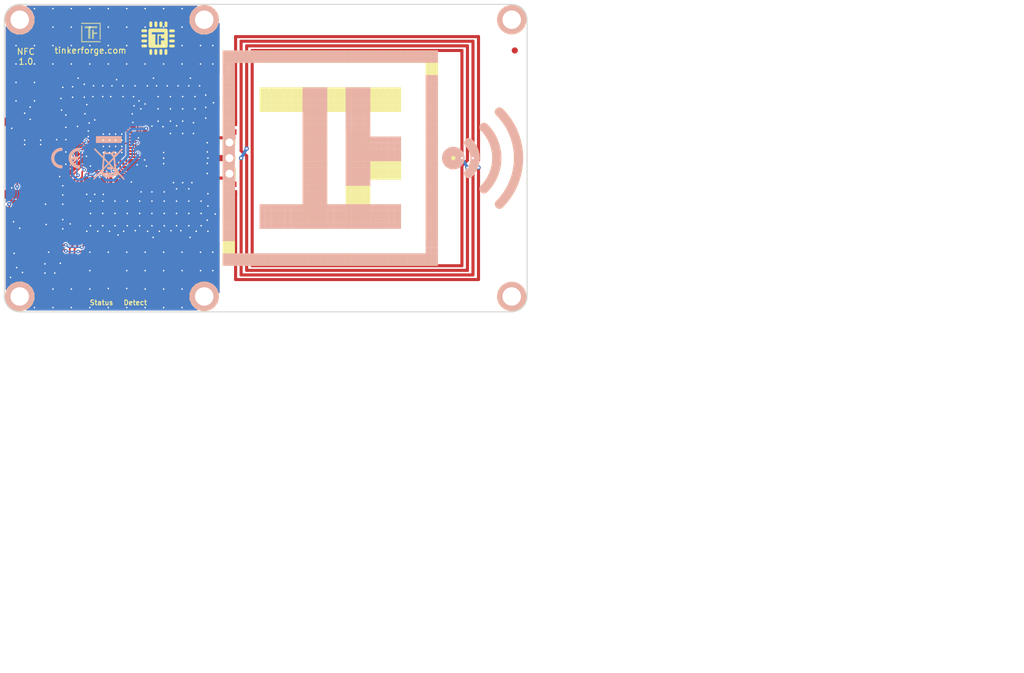
<source format=kicad_pcb>
(kicad_pcb (version 4) (host pcbnew 4.0.2+dfsg1-stable)
  (title_block (title "NFC Bricklet") (date 2017-09-20) (rev 1.0) (company "Tinkerforge GmbH") (comment 1 "Licensed under CERN OHL v.1.1") (comment 2 "Copyright (©) 2017, B.Nordmeyer <bastian@tinkerforge.com>"))
  (layers (0 F.Cu signal) (31 B.Cu signal) (34 B.Paste user) (35 F.Paste user) (36 B.SilkS user) (37 F.SilkS user) (38 B.Mask user) (39 F.Mask user) (44 Edge.Cuts user))
  (net 0 "")
  (net 1 "Net-(ANT1-Pad1)")
  (net 2 "Net-(ANT1-Pad2)")
  (net 3 "Net-(C1-Pad1)")
  (net 4 GND)
  (net 5 VCC)
  (net 6 "Net-(C5-Pad1)")
  (net 7 "Net-(C6-Pad1)")
  (net 8 "Net-(C12-Pad2)")
  (net 9 "Net-(C13-Pad1)")
  (net 10 "Net-(C14-Pad1)")
  (net 11 "Net-(C14-Pad2)")
  (net 12 "Net-(C15-Pad1)")
  (net 13 "Net-(C15-Pad2)")
  (net 14 "Net-(C18-Pad2)")
  (net 15 "Net-(C20-Pad2)")
  (net 16 "Net-(J1-Pad1)")
  (net 17 "Net-(J1-Pad3)")
  (net 18 "Net-(L1-Pad1)")
  (net 19 "Net-(L2-Pad1)")
  (net 20 "Net-(P1-Pad4)")
  (net 21 "Net-(P1-Pad5)")
  (net 22 "Net-(P1-Pad6)")
  (net 23 S-MISO)
  (net 24 S-MOSI)
  (net 25 S-CLK)
  (net 26 S-CS)
  (net 27 SDA)
  (net 28 SCL)
  (net 29 IRQ)
  (net 30 VEN)
  (net 31 "Net-(C16-Pad1)")
  (net 32 "Net-(C17-Pad2)")
  (net 33 "Net-(D1-Pad2)")
  (net 34 "Net-(P2-Pad2)")
  (net 35 "Net-(P3-Pad1)")
  (net 36 "Net-(D2-Pad2)")
  (net 37 "Net-(RP3-Pad1)")
  (net 38 "Net-(RP3-Pad4)")
  (net 39 "Net-(C10-Pad1)")
  (net 40 +5V)
  (net 41 "Net-(RP2-Pad6)")
  (net 42 "Net-(RP2-Pad7)")
  (net 43 "Net-(RP3-Pad2)")
  (net 44 "Net-(RP3-Pad3)")
  (net 45 "Net-(RP3-Pad6)")
  (net 46 "Net-(RP3-Pad7)")
  (net 47 "Net-(U1-Pad2)")
  (net 48 "Net-(U1-Pad3)")
  (net 49 "Net-(U1-Pad4)")
  (net 50 "Net-(U1-Pad5)")
  (net 51 "Net-(U1-Pad6)")
  (net 52 "Net-(U1-Pad8)")
  (net 53 "Net-(U1-Pad15)")
  (net 54 "Net-(U1-Pad16)")
  (net 55 "Net-(U1-Pad17)")
  (net 56 "Net-(U1-Pad18)")
  (net 57 "Net-(U2-Pad11)")
  (net 58 "Net-(U2-Pad20)")
  (net 59 "Net-(U2-Pad23)")
  (net 60 "Net-(U2-Pad24)")
  (net 61 "Net-(U2-Pad25)")
  (net 62 "Net-(U2-Pad31)")
  (net 63 "Net-(U2-Pad32)")
  (net 64 "Net-(U2-Pad33)")
  (net 65 "Net-(U2-Pad34)")
  (net 66 "Net-(U2-Pad35)")
  (net 67 "Net-(U2-Pad38)")
  (net 68 "Net-(U2-Pad39)")
  (net 69 "Net-(U2-Pad40)")
  (module kicad-libraries:C0805 (layer F.Cu) (at 115.6 69.7 180)
    (fp_text reference C2)
    (fp_text value 10uF)
    (pad 1 smd rect (at -1.00076 0 180) (size 1.00076 1.24968) (layers F.Cu F.Paste F.Mask) (net 5 VCC) (clearance 0.14986))
    (pad 2 smd rect (at 1.00076 0 180) (size 1.00076 1.24968) (layers F.Cu F.Paste F.Mask) (net 4 GND) (clearance 0.14986))
  )
  (module kicad-libraries:CON-SENSOR2 (layer F.Cu) (at 110.4 77 270)
    (fp_text reference P1)
    (fp_text value CON-SENSOR2)
    (pad 1 smd rect (at -3.75 -4.6 270) (size 0.6 1.8) (layers F.Cu F.Paste F.Mask) (net 40 +5V))
    (pad 2 smd rect (at -2.5 -4.6 270) (size 0.6 1.8) (layers F.Cu F.Paste F.Mask) (net 4 GND))
    (pad EP smd rect (at -5.9 -1.2 270) (size 1.4 2.4) (layers F.Cu F.Paste F.Mask) (net 4 GND))
    (pad EP smd rect (at 5.9 -1.2 270) (size 1.4 2.4) (layers F.Cu F.Paste F.Mask) (net 4 GND))
    (pad 3 smd rect (at -1.25 -4.6 270) (size 0.6 1.8) (layers F.Cu F.Paste F.Mask) (net 5 VCC))
    (pad 4 smd rect (at 0 -4.6 270) (size 0.6 1.8) (layers F.Cu F.Paste F.Mask) (net 20 "Net-(P1-Pad4)"))
    (pad 5 smd rect (at 1.25 -4.6 270) (size 0.6 1.8) (layers F.Cu F.Paste F.Mask) (net 21 "Net-(P1-Pad5)"))
    (pad 6 smd rect (at 2.5 -4.6 270) (size 0.6 1.8) (layers F.Cu F.Paste F.Mask) (net 22 "Net-(P1-Pad6)"))
    (pad 7 smd rect (at 3.75 -4.6 270) (size 0.6 1.8) (layers F.Cu F.Paste F.Mask) (net 3 "Net-(C1-Pad1)"))
  )
  (module kicad-libraries:4X0402 (layer F.Cu) (at 114 86 180)
    (fp_text reference RP1)
    (fp_text value 82)
    (pad 1 smd rect (at -0.7493 0.575) (size 0.29972 0.65) (layers F.Cu F.Paste F.Mask) (net 20 "Net-(P1-Pad4)"))
    (pad 2 smd rect (at -0.24892 0.575) (size 0.29972 0.65) (layers F.Cu F.Paste F.Mask) (net 21 "Net-(P1-Pad5)"))
    (pad 3 smd rect (at 0.24892 0.575) (size 0.29972 0.65) (layers F.Cu F.Paste F.Mask) (net 22 "Net-(P1-Pad6)"))
    (pad 4 smd rect (at 0.7493 0.575) (size 0.29972 0.65) (layers F.Cu F.Paste F.Mask) (net 3 "Net-(C1-Pad1)"))
    (pad 5 smd rect (at 0.7493 -0.575 180) (size 0.29972 0.65) (layers F.Cu F.Paste F.Mask) (net 23 S-MISO))
    (pad 6 smd rect (at 0.24892 -0.575 180) (size 0.29972 0.65) (layers F.Cu F.Paste F.Mask) (net 24 S-MOSI))
    (pad 7 smd rect (at -0.24892 -0.575 180) (size 0.29972 0.65) (layers F.Cu F.Paste F.Mask) (net 25 S-CLK))
    (pad 8 smd rect (at -0.7493 -0.575 180) (size 0.29972 0.65) (layers F.Cu F.Paste F.Mask) (net 26 S-CS))
  )
  (module kicad-libraries:QFN24-4x4mm-0.5mm (layer F.Cu) (at 114.9 90.4)
    (fp_text reference U1)
    (fp_text value XMC130024)
    (pad 1 smd oval (at -2.025 -1.25) (size 1 0.3) (layers F.Cu F.Paste F.Mask) (net 23 S-MISO))
    (pad 2 smd oval (at -2.025 -0.75) (size 1 0.3) (layers F.Cu F.Paste F.Mask) (net 47 "Net-(U1-Pad2)"))
    (pad 3 smd oval (at -2.025 -0.25) (size 1 0.3) (layers F.Cu F.Paste F.Mask) (net 48 "Net-(U1-Pad3)"))
    (pad 4 smd oval (at -2.025 0.25) (size 1 0.3) (layers F.Cu F.Paste F.Mask) (net 49 "Net-(U1-Pad4)"))
    (pad 5 smd oval (at -2.025 0.75) (size 1 0.3) (layers F.Cu F.Paste F.Mask) (net 50 "Net-(U1-Pad5)"))
    (pad 6 smd oval (at -2.025 1.25) (size 1 0.3) (layers F.Cu F.Paste F.Mask) (net 51 "Net-(U1-Pad6)"))
    (pad 7 smd oval (at -1.25 2.025 90) (size 1 0.3) (layers F.Cu F.Paste F.Mask) (net 35 "Net-(P3-Pad1)"))
    (pad 8 smd oval (at -0.75 2.025 90) (size 1 0.3) (layers F.Cu F.Paste F.Mask) (net 52 "Net-(U1-Pad8)"))
    (pad 9 smd oval (at -0.25 2.025 90) (size 1 0.3) (layers F.Cu F.Paste F.Mask) (net 4 GND))
    (pad 10 smd oval (at 0.25 2.025 90) (size 1 0.3) (layers F.Cu F.Paste F.Mask) (net 5 VCC))
    (pad 11 smd oval (at 0.75 2.025 90) (size 1 0.3) (layers F.Cu F.Paste F.Mask) (net 28 SCL))
    (pad 12 smd oval (at 1.25 2.025 90) (size 1 0.3) (layers F.Cu F.Paste F.Mask) (net 27 SDA))
    (pad 13 smd oval (at 2.025 1.25) (size 1 0.3) (layers F.Cu F.Paste F.Mask) (net 37 "Net-(RP3-Pad1)"))
    (pad 14 smd oval (at 2.025 0.75) (size 1 0.3) (layers F.Cu F.Paste F.Mask) (net 38 "Net-(RP3-Pad4)"))
    (pad 15 smd oval (at 2.025 0.25) (size 1 0.3) (layers F.Cu F.Paste F.Mask) (net 53 "Net-(U1-Pad15)"))
    (pad 16 smd oval (at 2.025 -0.25) (size 1 0.3) (layers F.Cu F.Paste F.Mask) (net 54 "Net-(U1-Pad16)"))
    (pad 17 smd oval (at 2.025 -0.75) (size 1 0.3) (layers F.Cu F.Paste F.Mask) (net 55 "Net-(U1-Pad17)"))
    (pad 18 smd oval (at 2.025 -1.25) (size 1 0.3) (layers F.Cu F.Paste F.Mask) (net 56 "Net-(U1-Pad18)"))
    (pad 19 smd oval (at 1.25 -2.025 90) (size 1 0.3) (layers F.Cu F.Paste F.Mask) (net 30 VEN))
    (pad 20 smd oval (at 0.75 -2.025 90) (size 1 0.3) (layers F.Cu F.Paste F.Mask) (net 29 IRQ))
    (pad 21 smd oval (at 0.25 -2.025 90) (size 1 0.3) (layers F.Cu F.Paste F.Mask) (net 34 "Net-(P2-Pad2)"))
    (pad 22 smd oval (at -0.25 -2.025 90) (size 1 0.3) (layers F.Cu F.Paste F.Mask) (net 26 S-CS))
    (pad 23 smd oval (at -0.75 -2.025 90) (size 1 0.3) (layers F.Cu F.Paste F.Mask) (net 25 S-CLK))
    (pad 24 smd oval (at -1.25 -2.025 90) (size 1 0.3) (layers F.Cu F.Paste F.Mask) (net 24 S-MOSI))
    (pad EXP smd rect (at 0.65 0.65) (size 1.3 1.3) (layers F.Cu F.Paste F.Mask) (net 4 GND))
    (pad EXP smd rect (at 0.65 -0.65) (size 1.3 1.3) (layers F.Cu F.Paste F.Mask) (net 4 GND))
    (pad EXP smd rect (at -0.65 0.65) (size 1.3 1.3) (layers F.Cu F.Paste F.Mask) (net 4 GND))
    (pad EXP smd rect (at -0.65 -0.65) (size 1.3 1.3) (layers F.Cu F.Paste F.Mask) (net 4 GND))
  )
  (module kicad-libraries:CRYSTAL_3225 (layer F.Cu) (at 127.5 69)
    (fp_text reference X1)
    (fp_text value 27.12MHZ)
    (pad 3 smd rect (at -1.09982 -0.8001) (size 1.39954 1.15062) (layers F.Cu F.Paste F.Mask) (net 4 GND))
    (pad 2 smd rect (at 1.09982 -0.8001) (size 1.39954 1.15062) (layers F.Cu F.Paste F.Mask) (net 7 "Net-(C6-Pad1)"))
    (pad 1 smd rect (at -1.09982 0.8001) (size 1.39954 1.15062) (layers F.Cu F.Paste F.Mask) (net 6 "Net-(C5-Pad1)"))
    (pad 3 smd rect (at 1.09982 0.8001) (size 1.39954 1.15062) (layers F.Cu F.Paste F.Mask) (net 4 GND))
  )
  (module kicad-libraries:PIN_ARRAY_3X1 (layer F.Cu) (at 147 77 90)
    (fp_text reference J1)
    (fp_text value CONN_01X03 hide)
    (pad 1 thru_hole rect (at -2.54 0 90) (size 2 2) (drill 1.3) (layers *.Cu *.Mask F.SilkS) (net 16 "Net-(J1-Pad1)"))
    (pad 2 thru_hole circle (at 0 0 90) (size 2 2) (drill 1.3) (layers *.Cu *.Mask F.SilkS) (net 4 GND))
    (pad 3 thru_hole circle (at 2.54 0 90) (size 2 2) (drill 1.3) (layers *.Cu *.Mask F.SilkS) (net 17 "Net-(J1-Pad3)"))
  )
  (module kicad-libraries:TF_ICON_35 (layer F.Cu) (at 145.9 59.5)
    (fp_text reference TF_ICON_35 hide)
    (fp_text value "" (at 0 0) (layer F.SilkS))
  )
  (module kicad-libraries:TF_ICON_35_FLIP (layer F.Cu) (at 180.9 94.5 180)
    (fp_text reference TF_ICON_35_FLIP hide)
    (fp_text value Val** hide)
  )
  (module kicad-libraries:Logo_CoMCU (layer F.Cu) (at 135.4 57.5)
    (fp_text reference G*** hide)
    (fp_text value LOGO hide)
  )
  (module kicad-libraries:Logo_31x31 (layer F.Cu) (at 122.9 55)
    (fp_text reference G*** hide)
    (fp_text value Logo_31x31 hide)
  )
  (module kicad-libraries:WEEE_7mm (layer B.Cu) (at 127.4 77)
    (fp_text reference VAL hide)
    (fp_text value WEEE_7mm hide)
  )
  (module kicad-libraries:CE_5mm (layer B.Cu) (at 120.4 77)
    (fp_text reference VAL hide)
    (fp_text value CE_5mm hide)
  )
  (module kicad-libraries:SolderJumper (layer F.Cu) (at 116.1 85.3 270)
    (fp_text reference P2)
    (fp_text value BOOT)
    (pad 2 smd rect (at 0.55 0 270) (size 0.3 1.4) (layers F.Cu F.Mask) (net 34 "Net-(P2-Pad2)"))
    (pad 2 smd rect (at 0.15 0 270) (size 0.6 0.5) (layers F.Cu F.Mask) (net 34 "Net-(P2-Pad2)"))
    (pad 1 smd rect (at -0.5 0 270) (size 0.4 1.4) (layers F.Cu F.Mask) (net 4 GND))
    (pad 1 smd rect (at -0.225 0.55 270) (size 0.95 0.3) (layers F.Cu F.Mask) (net 4 GND))
    (pad 1 smd rect (at -0.225 -0.55 270) (size 0.95 0.3) (layers F.Cu F.Mask) (net 4 GND))
  )
  (module kicad-libraries:DEBUG_PAD (layer F.Cu) (at 112.8 93.6)
    (fp_text reference P3)
    (fp_text value DEBUG)
    (pad 1 smd circle (at 0 0) (size 0.7 0.7) (layers F.Cu F.Paste F.Mask) (net 35 "Net-(P3-Pad1)"))
  )
  (module kicad-libraries:Fiducial_Mark (layer F.Cu) (at 116.4 57)
    (fp_text reference Fiducial_Mark hide)
    (fp_text value VAL** hide)
    (pad 1 smd circle (at 0 0) (size 1.00076 1.00076) (layers F.Cu F.Paste F.Mask) (clearance 0.65024))
  )
  (module kicad-libraries:Fiducial_Mark (layer F.Cu) (at 117.4 100)
    (fp_text reference Fiducial_Mark hide)
    (fp_text value VAL** hide)
    (pad 1 smd circle (at 0 0) (size 1.00076 1.00076) (layers F.Cu F.Paste F.Mask) (clearance 0.65024))
  )
  (module kicad-libraries:Fiducial_Mark (layer F.Cu) (at 193.4 59.5)
    (fp_text reference Fiducial_Mark hide)
    (fp_text value VAL** hide)
    (pad 1 smd circle (at 0 0) (size 1.00076 1.00076) (layers F.Cu F.Paste F.Mask) (clearance 0.65024))
  )
  (module kicad-libraries:HVQFN40-6x6 (layer F.Cu) (at 128 74.6 270)
    (fp_text reference U2)
    (fp_text value PN7150)
    (pad 1 smd rect (at -2.2479 3.048 90) (size 0.28956 0.89916) (layers F.Cu F.Paste F.Mask) (net 4 GND))
    (pad 2 smd rect (at -1.74752 3.048 90) (size 0.28956 0.89916) (layers F.Cu F.Paste F.Mask) (net 4 GND))
    (pad 3 smd rect (at -1.24968 3.048 90) (size 0.28956 0.89916) (layers F.Cu F.Paste F.Mask) (net 4 GND))
    (pad 4 smd rect (at -0.7493 3.048 90) (size 0.28956 0.89916) (layers F.Cu F.Paste F.Mask) (net 4 GND))
    (pad 5 smd rect (at -0.24892 3.048 90) (size 0.28956 0.89916) (layers F.Cu F.Paste F.Mask) (net 27 SDA))
    (pad 6 smd rect (at 0.24892 3.048 90) (size 0.28956 0.89916) (layers F.Cu F.Paste F.Mask) (net 5 VCC))
    (pad 7 smd rect (at 0.7493 3.048 90) (size 0.28956 0.89916) (layers F.Cu F.Paste F.Mask) (net 28 SCL))
    (pad 8 smd rect (at 1.24968 3.048 90) (size 0.28956 0.89916) (layers F.Cu F.Paste F.Mask) (net 29 IRQ))
    (pad 9 smd rect (at 1.74752 3.048 90) (size 0.28956 0.89916) (layers F.Cu F.Paste F.Mask) (net 4 GND))
    (pad 10 smd rect (at 2.2479 3.048 90) (size 0.28956 0.89916) (layers F.Cu F.Paste F.Mask) (net 30 VEN))
    (pad 11 smd rect (at 3.048 2.2479 180) (size 0.28956 0.89916) (layers F.Cu F.Paste F.Mask) (net 57 "Net-(U2-Pad11)"))
    (pad 12 smd rect (at 3.048 1.74752 180) (size 0.28956 0.89916) (layers F.Cu F.Paste F.Mask) (net 5 VCC))
    (pad 13 smd rect (at 3.048 1.24968 180) (size 0.28956 0.89916) (layers F.Cu F.Paste F.Mask) (net 5 VCC))
    (pad 14 smd rect (at 3.048 0.7493 180) (size 0.28956 0.89916) (layers F.Cu F.Paste F.Mask) (net 8 "Net-(C12-Pad2)"))
    (pad 15 smd rect (at 3.048 0.24892 180) (size 0.28956 0.89916) (layers F.Cu F.Paste F.Mask) (net 11 "Net-(C14-Pad2)"))
    (pad 16 smd rect (at 3.048 -0.24892 180) (size 0.28956 0.89916) (layers F.Cu F.Paste F.Mask) (net 13 "Net-(C15-Pad2)"))
    (pad 17 smd rect (at 3.048 -0.7493 180) (size 0.28956 0.89916) (layers F.Cu F.Paste F.Mask) (net 9 "Net-(C13-Pad1)"))
    (pad 18 smd rect (at 3.048 -1.24968 180) (size 0.28956 0.89916) (layers F.Cu F.Paste F.Mask) (net 18 "Net-(L1-Pad1)"))
    (pad 19 smd rect (at 3.048 -1.74752 180) (size 0.28956 0.89916) (layers F.Cu F.Paste F.Mask) (net 4 GND))
    (pad 20 smd rect (at 3.048 -2.2479 180) (size 0.28956 0.89916) (layers F.Cu F.Paste F.Mask) (net 58 "Net-(U2-Pad20)"))
    (pad 21 smd rect (at 2.2479 -3.048 270) (size 0.28956 0.89916) (layers F.Cu F.Paste F.Mask) (net 19 "Net-(L2-Pad1)"))
    (pad 22 smd rect (at 1.74752 -3.048 270) (size 0.28956 0.89916) (layers F.Cu F.Paste F.Mask) (net 8 "Net-(C12-Pad2)"))
    (pad 23 smd rect (at 1.24968 -3.048 270) (size 0.28956 0.89916) (layers F.Cu F.Paste F.Mask) (net 59 "Net-(U2-Pad23)"))
    (pad 24 smd rect (at 0.7493 -3.048 270) (size 0.28956 0.89916) (layers F.Cu F.Paste F.Mask) (net 60 "Net-(U2-Pad24)"))
    (pad 25 smd rect (at 0.24892 -3.048 270) (size 0.28956 0.89916) (layers F.Cu F.Paste F.Mask) (net 61 "Net-(U2-Pad25)"))
    (pad 26 smd rect (at -0.24892 -3.048 270) (size 0.28956 0.89916) (layers F.Cu F.Paste F.Mask) (net 5 VCC))
    (pad 27 smd rect (at -0.7493 -3.048 270) (size 0.28956 0.89916) (layers F.Cu F.Paste F.Mask) (net 4 GND))
    (pad 28 smd rect (at -1.24968 -3.048 270) (size 0.28956 0.89916) (layers F.Cu F.Paste F.Mask) (net 39 "Net-(C10-Pad1)"))
    (pad 29 smd rect (at -1.74752 -3.048 270) (size 0.28956 0.89916) (layers F.Cu F.Paste F.Mask) (net 39 "Net-(C10-Pad1)"))
    (pad 30 smd rect (at -2.2479 -3.048 270) (size 0.28956 0.89916) (layers F.Cu F.Paste F.Mask) (net 39 "Net-(C10-Pad1)"))
    (pad 31 smd rect (at -3.048 -2.2479) (size 0.28956 0.89916) (layers F.Cu F.Paste F.Mask) (net 62 "Net-(U2-Pad31)"))
    (pad 32 smd rect (at -3.048 -1.74752) (size 0.28956 0.89916) (layers F.Cu F.Paste F.Mask) (net 63 "Net-(U2-Pad32)"))
    (pad 33 smd rect (at -3.048 -1.24968) (size 0.28956 0.89916) (layers F.Cu F.Paste F.Mask) (net 64 "Net-(U2-Pad33)"))
    (pad 34 smd rect (at -3.048 -0.7493) (size 0.28956 0.89916) (layers F.Cu F.Paste F.Mask) (net 65 "Net-(U2-Pad34)"))
    (pad 35 smd rect (at -3.048 -0.24892) (size 0.28956 0.89916) (layers F.Cu F.Paste F.Mask) (net 66 "Net-(U2-Pad35)"))
    (pad 36 smd rect (at -3.048 0.24892) (size 0.28956 0.89916) (layers F.Cu F.Paste F.Mask) (net 7 "Net-(C6-Pad1)"))
    (pad 37 smd rect (at -3.048 0.7493) (size 0.28956 0.89916) (layers F.Cu F.Paste F.Mask) (net 6 "Net-(C5-Pad1)"))
    (pad 38 smd rect (at -3.048 1.24968) (size 0.28956 0.89916) (layers F.Cu F.Paste F.Mask) (net 67 "Net-(U2-Pad38)"))
    (pad 39 smd rect (at -3.048 1.74752) (size 0.28956 0.89916) (layers F.Cu F.Paste F.Mask) (net 68 "Net-(U2-Pad39)"))
    (pad 40 smd rect (at -3.048 2.2479) (size 0.28956 0.89916) (layers F.Cu F.Paste F.Mask) (net 69 "Net-(U2-Pad40)"))
    (pad EXP smd rect (at 0 0 270) (size 4.09956 4.09956) (layers F.Cu F.Paste F.Mask) (net 4 GND))
  )
  (module kicad-libraries:SHIELD-261_261 (layer F.Cu) (at 131.6 77)
    (fp_text reference SHD1)
    (fp_text value Shield)
    (pad 1 smd rect (at 13 -11.8) (size 1 3.4) (layers F.Cu F.Paste F.Mask) (net 4 GND))
    (pad 1 smd rect (at -13 -11.8) (size 1 3.4) (layers F.Cu F.Paste F.Mask) (net 4 GND))
    (pad 1 smd rect (at -13 11.8) (size 1 3.4) (layers F.Cu F.Paste F.Mask) (net 4 GND))
    (pad 1 smd rect (at 13 11.8) (size 1 3.4) (layers F.Cu F.Paste F.Mask) (net 4 GND))
    (pad 1 smd rect (at 11.8 13) (size 3.4 1) (layers F.Cu F.Paste F.Mask) (net 4 GND))
    (pad 1 smd rect (at -11.8 13) (size 3.4 1) (layers F.Cu F.Paste F.Mask) (net 4 GND))
    (pad 1 smd rect (at -11.8 -13) (size 3.4 1) (layers F.Cu F.Paste F.Mask) (net 4 GND))
    (pad 1 smd rect (at 6 13) (size 3.8 1) (layers F.Cu F.Paste F.Mask) (net 4 GND))
    (pad 1 smd rect (at -6 13) (size 3.8 1) (layers F.Cu F.Paste F.Mask) (net 4 GND))
    (pad 1 smd rect (at -6 -13) (size 3.8 1) (layers F.Cu F.Paste F.Mask) (net 4 GND))
    (pad 1 smd rect (at 6 -13) (size 3.8 1) (layers F.Cu F.Paste F.Mask) (net 4 GND))
    (pad 1 smd rect (at 0 -13) (size 3.8 1) (layers F.Cu F.Paste F.Mask) (net 4 GND))
    (pad 1 smd rect (at 0 13) (size 3.8 1) (layers F.Cu F.Paste F.Mask) (net 4 GND))
    (pad 1 smd rect (at 13 6) (size 1 3.8) (layers F.Cu F.Paste F.Mask) (net 4 GND))
    (pad 1 smd rect (at -13 6) (size 1 3.8) (layers F.Cu F.Paste F.Mask) (net 4 GND))
    (pad 1 smd rect (at -13 -6) (size 1 3.8) (layers F.Cu F.Paste F.Mask) (net 4 GND))
    (pad 1 smd rect (at -13 0) (size 1 3.8) (layers F.Cu F.Paste F.Mask) (net 4 GND))
    (pad 1 smd rect (at 13 0) (size 1 3.8) (layers F.Cu F.Paste F.Mask) (net 4 GND))
    (pad 1 smd rect (at 13 -6) (size 1 3.8) (layers F.Cu F.Paste F.Mask) (net 4 GND))
    (pad 1 smd rect (at 11.8 -13) (size 3.4 1) (layers F.Cu F.Paste F.Mask) (net 4 GND))
  )
  (module kicad-libraries:NFC_ANTENNA_40_40 (layer F.Cu) (at 148 77)
    (fp_text reference ANT1)
    (fp_text value PCB_ANTENNA)
    (fp_line (start 0.9 -1.2) (end 1.8 -0.35) (layer F.Cu) (width 0.5))
    (fp_line (start 38.6 1.2) (end 39.5 0.35) (layer F.Cu) (width 0.5))
    (fp_line (start 36.8 1.2) (end 37.7 0.35) (layer F.Cu) (width 0.5))
    (fp_line (start 0.9 0) (end 1.8 -1.55) (layer B.Cu) (width 0.5))
    (fp_line (start 39.5 1.55) (end 38.6 0) (layer B.Cu) (width 0.5))
    (fp_line (start 37.7 1.55) (end 36.8 0) (layer B.Cu) (width 0.5))
    (fp_line (start 0.9 -1.2) (end 0.9 -19) (layer F.Cu) (width 0.5))
    (fp_line (start 1.8 18.25) (end 1.8 -0.35) (layer F.Cu) (width 0.5))
    (fp_line (start 1.8 -18.25) (end 1.8 -1.55) (layer F.Cu) (width 0.5))
    (fp_line (start 2.7 17.5) (end 2.7 -17.5) (layer F.Cu) (width 0.5))
    (fp_line (start 0.9 19) (end 0.9 0) (layer F.Cu) (width 0.5))
    (fp_line (start 36.8 -17.5) (end 36.8 0) (layer F.Cu) (width 0.5))
    (fp_line (start 37.7 -18.25) (end 37.7 0.35) (layer F.Cu) (width 0.5))
    (fp_line (start 38.6 -19) (end 38.6 0) (layer F.Cu) (width 0.5))
    (fp_line (start 2.7 -17.5) (end 36.8 -17.5) (layer F.Cu) (width 0.5))
    (fp_line (start 1.8 -18.25) (end 37.7 -18.25) (layer F.Cu) (width 0.5))
    (fp_line (start 38.6 -19) (end 0.9 -19) (layer F.Cu) (width 0.5))
    (fp_line (start 2.7 17.5) (end 36.8 17.5) (layer F.Cu) (width 0.5))
    (fp_line (start 1.8 18.25) (end 37.7 18.25) (layer F.Cu) (width 0.5))
    (fp_line (start 36.8 17.5) (end 36.8 1.2) (layer F.Cu) (width 0.5))
    (fp_line (start 37.7 18.25) (end 37.7 1.55) (layer F.Cu) (width 0.5))
    (fp_line (start 38.6 19) (end 0.9 19) (layer F.Cu) (width 0.5))
    (fp_line (start 38.6 19) (end 38.6 1.2) (layer F.Cu) (width 0.5))
    (fp_line (start 39.5 19.75) (end 39.5 1.55) (layer F.Cu) (width 0.5))
    (fp_line (start 39.5 -19.75) (end 39.5 0.35) (layer F.Cu) (width 0.5))
    (fp_line (start 0 19.75) (end 39.5 19.75) (layer F.Cu) (width 0.5))
    (fp_line (start 0 -19.75) (end 39.5 -19.75) (layer F.Cu) (width 0.5))
    (fp_line (start 0 -5.7) (end 0 -19.75) (layer F.Cu) (width 0.5))
    (fp_line (start 0 5.7) (end 0 19.75) (layer F.Cu) (width 0.5))
    (pad 1 smd rect (at -0.25 5.7) (size 1 1) (layers F.Cu F.Paste F.Mask) (net 1 "Net-(ANT1-Pad1)"))
    (pad 2 smd rect (at -0.25 -5.7) (size 1 1) (layers F.Cu F.Paste F.Mask) (net 2 "Net-(ANT1-Pad2)"))
    (pad "" thru_hole circle (at 39.5 1.55) (size 0.7 0.7) (drill 0.35) (layers *.Cu *.Mask))
    (pad "" thru_hole circle (at 38.6 0) (size 0.7 0.7) (drill 0.35) (layers *.Cu *.Mask))
    (pad "" thru_hole circle (at 36.8 0) (size 0.7 0.7) (drill 0.35) (layers *.Cu *.Mask))
    (pad "" thru_hole circle (at 37.7 1.55) (size 0.7 0.7) (drill 0.35) (layers *.Cu *.Mask))
    (pad "" thru_hole circle (at 0.9 0) (size 0.7 0.7) (drill 0.35) (layers *.Cu *.Mask))
    (pad "" thru_hole circle (at 1.8 -1.55) (size 0.7 0.7) (drill 0.35) (layers *.Cu *.Mask))
  )
  (module kicad-libraries:C0402F (layer F.Cu) (at 112.1 86 270)
    (fp_text reference C1)
    (fp_text value 220pF)
    (pad 2 smd rect (at 0.5 0 270) (size 0.6 0.7) (layers F.Cu F.Paste F.Mask) (net 4 GND))
    (pad 1 smd rect (at -0.5 0 270) (size 0.6 0.7) (layers F.Cu F.Paste F.Mask) (net 3 "Net-(C1-Pad1)"))
  )
  (module kicad-libraries:C0603F (layer F.Cu) (at 114.9 95.6 180)
    (fp_text reference C3)
    (fp_text value 1uF)
    (pad 1 smd rect (at -0.75 0 180) (size 0.9 0.9) (layers F.Cu F.Paste F.Mask) (net 5 VCC))
    (pad 2 smd rect (at 0.75 0 180) (size 0.9 0.9) (layers F.Cu F.Paste F.Mask) (net 4 GND))
  )
  (module kicad-libraries:C0603F (layer F.Cu) (at 114.9 94.3 180)
    (fp_text reference C4)
    (fp_text value 100nF)
    (pad 1 smd rect (at -0.75 0 180) (size 0.9 0.9) (layers F.Cu F.Paste F.Mask) (net 5 VCC))
    (pad 2 smd rect (at 0.75 0 180) (size 0.9 0.9) (layers F.Cu F.Paste F.Mask) (net 4 GND))
  )
  (module kicad-libraries:C0603F (layer F.Cu) (at 124.7 69 90)
    (fp_text reference C5)
    (fp_text value 10pF/50V)
    (pad 1 smd rect (at -0.75 0 90) (size 0.9 0.9) (layers F.Cu F.Paste F.Mask) (net 6 "Net-(C5-Pad1)"))
    (pad 2 smd rect (at 0.75 0 90) (size 0.9 0.9) (layers F.Cu F.Paste F.Mask) (net 4 GND))
  )
  (module kicad-libraries:C0603F (layer F.Cu) (at 130.3 69 270)
    (fp_text reference C6)
    (fp_text value 10pF/50V)
    (pad 1 smd rect (at -0.75 0 270) (size 0.9 0.9) (layers F.Cu F.Paste F.Mask) (net 7 "Net-(C6-Pad1)"))
    (pad 2 smd rect (at 0.75 0 270) (size 0.9 0.9) (layers F.Cu F.Paste F.Mask) (net 4 GND))
  )
  (module kicad-libraries:C0603F (layer F.Cu) (at 123.8 81.375 270)
    (fp_text reference C7)
    (fp_text value 1uF)
    (pad 1 smd rect (at -0.75 0 270) (size 0.9 0.9) (layers F.Cu F.Paste F.Mask) (net 5 VCC))
    (pad 2 smd rect (at 0.75 0 270) (size 0.9 0.9) (layers F.Cu F.Paste F.Mask) (net 4 GND))
  )
  (module kicad-libraries:C0603F (layer F.Cu) (at 122.3 73.4 90)
    (fp_text reference C8)
    (fp_text value 4.7uF)
    (pad 1 smd rect (at -0.75 0 90) (size 0.9 0.9) (layers F.Cu F.Paste F.Mask) (net 5 VCC))
    (pad 2 smd rect (at 0.75 0 90) (size 0.9 0.9) (layers F.Cu F.Paste F.Mask) (net 4 GND))
  )
  (module kicad-libraries:C0603F (layer F.Cu) (at 125.15 81.375 270)
    (fp_text reference C9)
    (fp_text value 100nF)
    (pad 1 smd rect (at -0.75 0 270) (size 0.9 0.9) (layers F.Cu F.Paste F.Mask) (net 5 VCC))
    (pad 2 smd rect (at 0.75 0 270) (size 0.9 0.9) (layers F.Cu F.Paste F.Mask) (net 4 GND))
  )
  (module kicad-libraries:C0603F (layer F.Cu) (at 132.6 70.6 90)
    (fp_text reference C10)
    (fp_text value 1uF)
    (pad 1 smd rect (at -0.75 0 90) (size 0.9 0.9) (layers F.Cu F.Paste F.Mask) (net 39 "Net-(C10-Pad1)"))
    (pad 2 smd rect (at 0.75 0 90) (size 0.9 0.9) (layers F.Cu F.Paste F.Mask) (net 4 GND))
  )
  (module kicad-libraries:C0603F (layer F.Cu) (at 126.5 81.375 90)
    (fp_text reference C12)
    (fp_text value 1uF)
    (pad 1 smd rect (at -0.75 0 90) (size 0.9 0.9) (layers F.Cu F.Paste F.Mask) (net 4 GND))
    (pad 2 smd rect (at 0.75 0 90) (size 0.9 0.9) (layers F.Cu F.Paste F.Mask) (net 8 "Net-(C12-Pad2)"))
  )
  (module kicad-libraries:C0603F (layer F.Cu) (at 129.5 80.9)
    (fp_text reference C13)
    (fp_text value 100nF)
    (pad 1 smd rect (at -0.75 0) (size 0.9 0.9) (layers F.Cu F.Paste F.Mask) (net 9 "Net-(C13-Pad1)"))
    (pad 2 smd rect (at 0.75 0) (size 0.9 0.9) (layers F.Cu F.Paste F.Mask) (net 4 GND))
  )
  (module kicad-libraries:C0603F (layer F.Cu) (at 133.9 81 180)
    (fp_text reference C14)
    (fp_text value 1nF/16V)
    (pad 1 smd rect (at -0.75 0 180) (size 0.9 0.9) (layers F.Cu F.Paste F.Mask) (net 10 "Net-(C14-Pad1)"))
    (pad 2 smd rect (at 0.75 0 180) (size 0.9 0.9) (layers F.Cu F.Paste F.Mask) (net 11 "Net-(C14-Pad2)"))
  )
  (module kicad-libraries:C0603F (layer F.Cu) (at 134 73 180)
    (fp_text reference C15)
    (fp_text value 1nF/16V)
    (pad 1 smd rect (at -0.75 0 180) (size 0.9 0.9) (layers F.Cu F.Paste F.Mask) (net 12 "Net-(C15-Pad1)"))
    (pad 2 smd rect (at 0.75 0 180) (size 0.9 0.9) (layers F.Cu F.Paste F.Mask) (net 13 "Net-(C15-Pad2)"))
  )
  (module kicad-libraries:C0603F (layer F.Cu) (at 134.8 78.6 90)
    (fp_text reference C16)
    (fp_text value 680pF)
    (pad 1 smd rect (at -0.75 0 90) (size 0.9 0.9) (layers F.Cu F.Paste F.Mask) (net 31 "Net-(C16-Pad1)"))
    (pad 2 smd rect (at 0.75 0 90) (size 0.9 0.9) (layers F.Cu F.Paste F.Mask) (net 4 GND))
  )
  (module kicad-libraries:C0603F (layer F.Cu) (at 134.8 75.4 90)
    (fp_text reference C17)
    (fp_text value 680pF)
    (pad 1 smd rect (at -0.75 0 90) (size 0.9 0.9) (layers F.Cu F.Paste F.Mask) (net 4 GND))
    (pad 2 smd rect (at 0.75 0 90) (size 0.9 0.9) (layers F.Cu F.Paste F.Mask) (net 32 "Net-(C17-Pad2)"))
  )
  (module kicad-libraries:C0603F (layer F.Cu) (at 138.6 78)
    (fp_text reference C18)
    (fp_text value 56pF)
    (pad 1 smd rect (at -0.75 0) (size 0.9 0.9) (layers F.Cu F.Paste F.Mask) (net 31 "Net-(C16-Pad1)"))
    (pad 2 smd rect (at 0.75 0) (size 0.9 0.9) (layers F.Cu F.Paste F.Mask) (net 14 "Net-(C18-Pad2)"))
  )
  (module kicad-libraries:C0603F (layer F.Cu) (at 138.6 79.4)
    (fp_text reference C19)
    (fp_text value 22pF)
    (pad 1 smd rect (at -0.75 0) (size 0.9 0.9) (layers F.Cu F.Paste F.Mask) (net 31 "Net-(C16-Pad1)"))
    (pad 2 smd rect (at 0.75 0) (size 0.9 0.9) (layers F.Cu F.Paste F.Mask) (net 14 "Net-(C18-Pad2)"))
  )
  (module kicad-libraries:C0603F (layer F.Cu) (at 138.6 74.6)
    (fp_text reference C20)
    (fp_text value 22pF)
    (pad 1 smd rect (at -0.75 0) (size 0.9 0.9) (layers F.Cu F.Paste F.Mask) (net 32 "Net-(C17-Pad2)"))
    (pad 2 smd rect (at 0.75 0) (size 0.9 0.9) (layers F.Cu F.Paste F.Mask) (net 15 "Net-(C20-Pad2)"))
  )
  (module kicad-libraries:C0603F (layer F.Cu) (at 138.6 76)
    (fp_text reference C21)
    (fp_text value 56pF)
    (pad 1 smd rect (at -0.75 0) (size 0.9 0.9) (layers F.Cu F.Paste F.Mask) (net 32 "Net-(C17-Pad2)"))
    (pad 2 smd rect (at 0.75 0) (size 0.9 0.9) (layers F.Cu F.Paste F.Mask) (net 15 "Net-(C20-Pad2)"))
  )
  (module kicad-libraries:C0603F (layer F.Cu) (at 140.9 78.6 90)
    (fp_text reference C22)
    (fp_text value 120pF)
    (pad 1 smd rect (at -0.75 0 90) (size 0.9 0.9) (layers F.Cu F.Paste F.Mask) (net 14 "Net-(C18-Pad2)"))
    (pad 2 smd rect (at 0.75 0 90) (size 0.9 0.9) (layers F.Cu F.Paste F.Mask) (net 4 GND))
  )
  (module kicad-libraries:C0603F (layer F.Cu) (at 140.9 75.4 90)
    (fp_text reference C23)
    (fp_text value 120pF)
    (pad 1 smd rect (at -0.75 0 90) (size 0.9 0.9) (layers F.Cu F.Paste F.Mask) (net 4 GND))
    (pad 2 smd rect (at 0.75 0 90) (size 0.9 0.9) (layers F.Cu F.Paste F.Mask) (net 15 "Net-(C20-Pad2)"))
  )
  (module kicad-libraries:C0603F (layer F.Cu) (at 142.3 78.6 90)
    (fp_text reference C24)
    (fp_text value 2.2pF)
    (pad 1 smd rect (at -0.75 0 90) (size 0.9 0.9) (layers F.Cu F.Paste F.Mask) (net 14 "Net-(C18-Pad2)"))
    (pad 2 smd rect (at 0.75 0 90) (size 0.9 0.9) (layers F.Cu F.Paste F.Mask) (net 4 GND))
  )
  (module kicad-libraries:C0603F (layer F.Cu) (at 142.3 75.4 90)
    (fp_text reference C25)
    (fp_text value 2.2pF)
    (pad 1 smd rect (at -0.75 0 90) (size 0.9 0.9) (layers F.Cu F.Paste F.Mask) (net 4 GND))
    (pad 2 smd rect (at 0.75 0 90) (size 0.9 0.9) (layers F.Cu F.Paste F.Mask) (net 15 "Net-(C20-Pad2)"))
  )
  (module kicad-libraries:D0603F (layer F.Cu) (at 126.2 99.3)
    (fp_text reference D1)
    (fp_text value blue)
    (pad 1 smd rect (at -0.75 0) (size 0.9 0.9) (layers F.Cu F.Paste F.Mask) (net 5 VCC))
    (pad 2 smd rect (at 0.75 0) (size 0.9 0.9) (layers F.Cu F.Paste F.Mask) (net 33 "Net-(D1-Pad2)"))
  )
  (module kicad-libraries:D0603F (layer F.Cu) (at 131.7 99.3)
    (fp_text reference D2)
    (fp_text value green)
    (pad 1 smd rect (at -0.75 0) (size 0.9 0.9) (layers F.Cu F.Paste F.Mask) (net 5 VCC))
    (pad 2 smd rect (at 0.75 0) (size 0.9 0.9) (layers F.Cu F.Paste F.Mask) (net 36 "Net-(D2-Pad2)"))
  )
  (module kicad-libraries:R0603F (layer F.Cu) (at 132.1 79.4)
    (fp_text reference L1)
    (fp_text value 160nH)
    (pad 1 smd rect (at -0.75 0) (size 0.9 0.9) (layers F.Cu F.Paste F.Mask) (net 18 "Net-(L1-Pad1)"))
    (pad 2 smd rect (at 0.75 0) (size 0.9 0.9) (layers F.Cu F.Paste F.Mask) (net 31 "Net-(C16-Pad1)"))
  )
  (module kicad-libraries:R0603F (layer F.Cu) (at 133.2 75.4 90)
    (fp_text reference L2)
    (fp_text value 160nH)
    (pad 1 smd rect (at -0.75 0 90) (size 0.9 0.9) (layers F.Cu F.Paste F.Mask) (net 19 "Net-(L2-Pad1)"))
    (pad 2 smd rect (at 0.75 0 90) (size 0.9 0.9) (layers F.Cu F.Paste F.Mask) (net 32 "Net-(C17-Pad2)"))
  )
  (module kicad-libraries:R0603F (layer F.Cu) (at 136.3 80.2 270)
    (fp_text reference R1)
    (fp_text value 2.2k)
    (pad 1 smd rect (at -0.75 0 270) (size 0.9 0.9) (layers F.Cu F.Paste F.Mask) (net 31 "Net-(C16-Pad1)"))
    (pad 2 smd rect (at 0.75 0 270) (size 0.9 0.9) (layers F.Cu F.Paste F.Mask) (net 10 "Net-(C14-Pad1)"))
  )
  (module kicad-libraries:R0603F (layer F.Cu) (at 136.3 73.8 90)
    (fp_text reference R2)
    (fp_text value 2.2k)
    (pad 1 smd rect (at -0.75 0 90) (size 0.9 0.9) (layers F.Cu F.Paste F.Mask) (net 32 "Net-(C17-Pad2)"))
    (pad 2 smd rect (at 0.75 0 90) (size 0.9 0.9) (layers F.Cu F.Paste F.Mask) (net 12 "Net-(C15-Pad1)"))
  )
  (module kicad-libraries:R0603F (layer F.Cu) (at 142.3 81.5 90)
    (fp_text reference R3)
    (fp_text value 1R5)
    (pad 1 smd rect (at -0.75 0 90) (size 0.9 0.9) (layers F.Cu F.Paste F.Mask) (net 16 "Net-(J1-Pad1)"))
    (pad 2 smd rect (at 0.75 0 90) (size 0.9 0.9) (layers F.Cu F.Paste F.Mask) (net 14 "Net-(C18-Pad2)"))
  )
  (module kicad-libraries:R0603F (layer F.Cu) (at 142.3 72.5 270)
    (fp_text reference R4)
    (fp_text value 1R5)
    (pad 1 smd rect (at -0.75 0 270) (size 0.9 0.9) (layers F.Cu F.Paste F.Mask) (net 17 "Net-(J1-Pad3)"))
    (pad 2 smd rect (at 0.75 0 270) (size 0.9 0.9) (layers F.Cu F.Paste F.Mask) (net 15 "Net-(C20-Pad2)"))
  )
  (module kicad-libraries:R0603F (layer F.Cu) (at 147.7 82 90)
    (fp_text reference R5)
    (fp_text value 0)
    (pad 1 smd rect (at -0.75 0 90) (size 0.9 0.9) (layers F.Cu F.Paste F.Mask) (net 1 "Net-(ANT1-Pad1)"))
    (pad 2 smd rect (at 0.75 0 90) (size 0.9 0.9) (layers F.Cu F.Paste F.Mask) (net 16 "Net-(J1-Pad1)"))
  )
  (module kicad-libraries:R0603F (layer F.Cu) (at 147.7 72 270)
    (fp_text reference R6)
    (fp_text value 0)
    (pad 1 smd rect (at -0.75 0 270) (size 0.9 0.9) (layers F.Cu F.Paste F.Mask) (net 2 "Net-(ANT1-Pad2)"))
    (pad 2 smd rect (at 0.75 0 270) (size 0.9 0.9) (layers F.Cu F.Paste F.Mask) (net 17 "Net-(J1-Pad3)"))
  )
  (module kicad-libraries:4X0603 (layer F.Cu) (at 121.9 94.2 270)
    (fp_text reference RP2)
    (fp_text value 2.7k)
    (pad 1 smd rect (at -1.19888 -0.8509 270) (size 0.44958 0.89916) (layers F.Cu F.Paste F.Mask) (net 5 VCC))
    (pad 2 smd rect (at -0.39878 -0.8509 270) (size 0.44958 0.89916) (layers F.Cu F.Paste F.Mask) (net 5 VCC))
    (pad 3 smd rect (at 0.39878 -0.8509 270) (size 0.44958 0.89916) (layers F.Cu F.Paste F.Mask) (net 5 VCC))
    (pad 4 smd rect (at 1.19888 -0.8509 270) (size 0.44958 0.89916) (layers F.Cu F.Paste F.Mask) (net 5 VCC))
    (pad 5 smd rect (at 1.19888 0.8509 270) (size 0.44958 0.89916) (layers F.Cu F.Paste F.Mask) (net 28 SCL))
    (pad 6 smd rect (at 0.39878 0.8509 270) (size 0.44958 0.89916) (layers F.Cu F.Paste F.Mask) (net 41 "Net-(RP2-Pad6)"))
    (pad 7 smd rect (at -0.39878 0.8509 270) (size 0.44958 0.89916) (layers F.Cu F.Paste F.Mask) (net 42 "Net-(RP2-Pad7)"))
    (pad 8 smd rect (at -1.19888 0.8509 270) (size 0.44958 0.89916) (layers F.Cu F.Paste F.Mask) (net 27 SDA))
  )
  (module kicad-libraries:4X0603 (layer F.Cu) (at 127.7 94.3)
    (fp_text reference RP3)
    (fp_text value 1k)
    (pad 1 smd rect (at -1.19888 -0.8509) (size 0.44958 0.89916) (layers F.Cu F.Paste F.Mask) (net 37 "Net-(RP3-Pad1)"))
    (pad 2 smd rect (at -0.39878 -0.8509) (size 0.44958 0.89916) (layers F.Cu F.Paste F.Mask) (net 43 "Net-(RP3-Pad2)"))
    (pad 3 smd rect (at 0.39878 -0.8509) (size 0.44958 0.89916) (layers F.Cu F.Paste F.Mask) (net 44 "Net-(RP3-Pad3)"))
    (pad 4 smd rect (at 1.19888 -0.8509) (size 0.44958 0.89916) (layers F.Cu F.Paste F.Mask) (net 38 "Net-(RP3-Pad4)"))
    (pad 5 smd rect (at 1.19888 0.8509) (size 0.44958 0.89916) (layers F.Cu F.Paste F.Mask) (net 36 "Net-(D2-Pad2)"))
    (pad 6 smd rect (at 0.39878 0.8509) (size 0.44958 0.89916) (layers F.Cu F.Paste F.Mask) (net 45 "Net-(RP3-Pad6)"))
    (pad 7 smd rect (at -0.39878 0.8509) (size 0.44958 0.89916) (layers F.Cu F.Paste F.Mask) (net 46 "Net-(RP3-Pad7)"))
    (pad 8 smd rect (at -1.19888 0.8509) (size 0.44958 0.89916) (layers F.Cu F.Paste F.Mask) (net 33 "Net-(D1-Pad2)"))
  )
  (module kicad-libraries:DRILL_NP (layer F.Cu) (at 192.9 99.5)
    (fp_text reference U3 hide)
    (fp_text value DRILL hide)
    (pad "" np_thru_hole circle (at 0 0) (size 2.99974 2.99974) (drill 2.99974) (layers *.Cu *.Mask F.SilkS) (clearance 0.89916))
  )
  (module kicad-libraries:DRILL_NP (layer F.Cu) (at 192.9 54.5)
    (fp_text reference U4 hide)
    (fp_text value DRILL hide)
    (pad "" np_thru_hole circle (at 0 0) (size 2.99974 2.99974) (drill 2.99974) (layers *.Cu *.Mask F.SilkS) (clearance 0.89916))
  )
  (module kicad-libraries:DRILL_NP (layer F.Cu) (at 142.9 99.5)
    (fp_text reference U5 hide)
    (fp_text value DRILL hide)
    (pad "" np_thru_hole circle (at 0 0) (size 2.99974 2.99974) (drill 2.99974) (layers *.Cu *.Mask F.SilkS) (clearance 0.89916))
  )
  (module kicad-libraries:DRILL_NP (layer F.Cu) (at 142.9 54.5)
    (fp_text reference U6 hide)
    (fp_text value DRILL hide)
    (pad "" np_thru_hole circle (at 0 0) (size 2.99974 2.99974) (drill 2.99974) (layers *.Cu *.Mask F.SilkS) (clearance 0.89916))
  )
  (module kicad-libraries:DRILL_NP (layer F.Cu) (at 112.9 99.5)
    (fp_text reference U7 hide)
    (fp_text value DRILL hide)
    (pad "" np_thru_hole circle (at 0 0) (size 2.99974 2.99974) (drill 2.99974) (layers *.Cu *.Mask F.SilkS) (clearance 0.89916))
  )
  (module kicad-libraries:DRILL_NP (layer F.Cu) (at 112.9 54.5)
    (fp_text reference U8 hide)
    (fp_text value DRILL hide)
    (pad "" np_thru_hole circle (at 0 0) (size 2.99974 2.99974) (drill 2.99974) (layers *.Cu *.Mask F.SilkS) (clearance 0.89916))
  )
  (gr_text Detect (at 131.7 100.5) (layer F.SilkS) (effects (font (size 0.8 0.8))))
  (gr_text Status (at 126.2 100.5) (layer F.SilkS) (effects (font (size 0.8 0.8))))
  (gr_text tinkerforge.com (at 124.4 59.5) (layer F.SilkS) (effects (font (size 1 1))))
  (gr_text "NFC\n1.0" (at 113.9 60.5) (layer F.SilkS) (effects (font (size 1 1))))
  (gr_line (start 195.4 99.5) (end 195.4 54.5) (angle 90) (layer Edge.Cuts) (width 0.15))
  (gr_line (start 112.9 102) (end 192.9 102) (angle 90) (layer Edge.Cuts) (width 0.15))
  (gr_line (start 110.4 54.5) (end 110.4 99.5) (angle 90) (layer Edge.Cuts) (width 0.15))
  (gr_line (start 192.9 52) (end 112.9 52) (angle 90) (layer Edge.Cuts) (width 0.15))
  (gr_arc (start 192.9 54.5) (end 192.9 52) (angle 90) (layer Edge.Cuts) (width 0.15))
  (gr_arc (start 192.9 99.5) (end 195.4 99.5) (angle 90) (layer Edge.Cuts) (width 0.15))
  (gr_arc (start 112.9 99.5) (end 112.9 102) (angle 90) (layer Edge.Cuts) (width 0.15))
  (gr_arc (start 112.9 54.5) (end 110.4 54.5) (angle 90) (layer Edge.Cuts) (width 0.15))
  (segment (start 115 80.75) (end 113.95 80.75) (width 0.25) (layer F.Cu) (net 3))
  (segment (start 113.2507 81.4493) (end 113.2507 85.425) (width 0.25) (layer F.Cu) (net 3))
  (segment (start 113.95 80.75) (end 113.2507 81.4493) (width 0.25) (layer F.Cu) (net 3))
  (segment (start 112.1 85.35) (end 113.15 85.35) (width 0.25) (layer F.Cu) (net 3))
  (segment (start 113.15 85.35) (end 113.25 85.45) (width 0.25) (layer F.Cu) (net 3))
  (segment (start 113.25 85.45) (end 113.2507 85.425) (width 0.25) (layer F.Cu) (net 3))
  (segment (start 113.25 85.4) (end 113.2507 85.425) (width 0.25) (layer F.Cu) (net 3))
  (segment (start 119.9 88.5) (end 120.3 88.5) (width 0.5) (layer F.Cu) (net 4))
  (via (at 121.1 87.7) (size 0.6) (drill 0.25) (layers F.Cu B.Cu) (net 4))
  (segment (start 120.3 88.5) (end 121.1 87.7) (width 0.5) (layer F.Cu) (net 4))
  (via (at 121.5 67.1) (size 0.6) (drill 0.25) (layers F.Cu B.Cu) (net 4))
  (segment (start 123.4 65) (end 121.9 65) (width 0.5) (layer F.Cu) (net 4))
  (via (at 121.5 65.4) (size 0.6) (drill 0.25) (layers F.Cu B.Cu) (net 4))
  (segment (start 121.9 65) (end 121.5 65.4) (width 0.5) (layer F.Cu) (net 4))
  (segment (start 123.4 67.1) (end 121.5 67.1) (width 0.5) (layer B.Cu) (net 4))
  (segment (start 126.5 82.125) (end 126.5 82.9) (width 0.5) (layer F.Cu) (net 4))
  (via (at 126.5 82.9) (size 0.6) (drill 0.25) (layers F.Cu B.Cu) (net 4))
  (segment (start 125.15 82.125) (end 125.15 82.85) (width 0.5) (layer F.Cu) (net 4))
  (via (at 125.1 82.9) (size 0.6) (drill 0.25) (layers F.Cu B.Cu) (net 4))
  (segment (start 125.15 82.85) (end 125.1 82.9) (width 0.5) (layer F.Cu) (net 4))
  (segment (start 123.8 82.125) (end 123.8 82.9) (width 0.5) (layer F.Cu) (net 4))
  (via (at 123.8 82.9) (size 0.6) (drill 0.25) (layers F.Cu B.Cu) (net 4))
  (segment (start 124.4 86) (end 124.4 84) (width 0.4) (layer B.Cu) (net 4))
  (via (at 128.4 84) (size 0.6) (drill 0.25) (layers F.Cu B.Cu) (net 4))
  (segment (start 126.4 84) (end 128.4 84) (width 0.4) (layer B.Cu) (net 4))
  (via (at 126.4 84) (size 0.6) (drill 0.25) (layers F.Cu B.Cu) (net 4))
  (segment (start 124.4 84) (end 126.4 84) (width 0.4) (layer F.Cu) (net 4))
  (via (at 124.4 84) (size 0.6) (drill 0.25) (layers F.Cu B.Cu) (net 4))
  (segment (start 124.4 86) (end 120.9 86) (width 0.25) (layer B.Cu) (net 4))
  (segment (start 120.9 86) (end 119.9 87) (width 0.25) (layer B.Cu) (net 4))
  (segment (start 128.4 86) (end 126.4 86) (width 0.25) (layer B.Cu) (net 4))
  (via (at 124.4 86) (size 0.7) (drill 0.25) (layers F.Cu B.Cu) (net 4))
  (segment (start 124.4 86) (end 124.4 88) (width 0.25) (layer F.Cu) (net 4))
  (via (at 124.4 88) (size 0.7) (drill 0.25) (layers F.Cu B.Cu) (net 4))
  (segment (start 124.4 88) (end 126.4 88) (width 0.25) (layer B.Cu) (net 4))
  (via (at 126.4 88) (size 0.7) (drill 0.25) (layers F.Cu B.Cu) (net 4))
  (segment (start 126.4 88) (end 126.4 86) (width 0.25) (layer F.Cu) (net 4))
  (via (at 126.4 86) (size 0.7) (drill 0.25) (layers F.Cu B.Cu) (net 4))
  (segment (start 128.9 89.5) (end 128.3 88.9) (width 0.25) (layer F.Cu) (net 4))
  (segment (start 128.4 88) (end 128.9 88.5) (width 0.25) (layer B.Cu) (net 4))
  (via (at 128.9 89.5) (size 0.7) (drill 0.25) (layers F.Cu B.Cu) (net 4))
  (segment (start 128.9 88.5) (end 128.9 89.5) (width 0.25) (layer B.Cu) (net 4))
  (via (at 123.8 88.9) (size 0.7) (drill 0.25) (layers F.Cu B.Cu) (net 4))
  (segment (start 125.6 88.9) (end 123.8 88.9) (width 0.25) (layer F.Cu) (net 4))
  (via (at 125.6 88.9) (size 0.7) (drill 0.25) (layers F.Cu B.Cu) (net 4))
  (segment (start 127.5 88.9) (end 125.6 88.9) (width 0.25) (layer B.Cu) (net 4))
  (via (at 127.5 88.9) (size 0.7) (drill 0.25) (layers F.Cu B.Cu) (net 4))
  (segment (start 128.3 88.9) (end 127.5 88.9) (width 0.25) (layer F.Cu) (net 4))
  (segment (start 134.6 89.9) (end 133.7 89) (width 0.25) (layer B.Cu) (net 4))
  (segment (start 134.6 88.2) (end 134.6 89.9) (width 0.25) (layer F.Cu) (net 4))
  (via (at 134.6 89.9) (size 0.7) (drill 0.25) (layers F.Cu B.Cu) (net 4))
  (segment (start 134.4 88) (end 134.6 88.2) (width 0.25) (layer F.Cu) (net 4))
  (via (at 129.8 88.9) (size 0.7) (drill 0.25) (layers F.Cu B.Cu) (net 4))
  (segment (start 129.9 88.8) (end 129.8 88.9) (width 0.25) (layer B.Cu) (net 4))
  (segment (start 131.7 88.8) (end 129.9 88.8) (width 0.25) (layer B.Cu) (net 4))
  (via (at 131.7 88.8) (size 0.7) (drill 0.25) (layers F.Cu B.Cu) (net 4))
  (segment (start 131.8 88.9) (end 131.7 88.8) (width 0.25) (layer F.Cu) (net 4))
  (segment (start 133.7 88.9) (end 131.8 88.9) (width 0.25) (layer F.Cu) (net 4))
  (via (at 133.7 88.9) (size 0.7) (drill 0.25) (layers F.Cu B.Cu) (net 4))
  (segment (start 133.7 89) (end 133.7 88.9) (width 0.25) (layer B.Cu) (net 4))
  (segment (start 140.6 89.9) (end 139.7 89) (width 0.25) (layer F.Cu) (net 4))
  (segment (start 140.6 88.2) (end 140.6 89.9) (width 0.25) (layer B.Cu) (net 4))
  (via (at 140.6 89.9) (size 0.7) (drill 0.25) (layers F.Cu B.Cu) (net 4))
  (segment (start 140.4 88) (end 140.6 88.2) (width 0.25) (layer B.Cu) (net 4))
  (via (at 135.6 88.9) (size 0.7) (drill 0.25) (layers F.Cu B.Cu) (net 4))
  (segment (start 135.7 88.8) (end 135.6 88.9) (width 0.25) (layer F.Cu) (net 4))
  (segment (start 137.5 88.8) (end 135.7 88.8) (width 0.25) (layer F.Cu) (net 4))
  (via (at 137.5 88.8) (size 0.7) (drill 0.25) (layers F.Cu B.Cu) (net 4))
  (segment (start 139.1 88.8) (end 137.5 88.8) (width 0.25) (layer B.Cu) (net 4))
  (via (at 139.1 88.8) (size 0.7) (drill 0.25) (layers F.Cu B.Cu) (net 4))
  (segment (start 139.3 89) (end 139.1 88.8) (width 0.25) (layer F.Cu) (net 4))
  (segment (start 139.7 89) (end 139.3 89) (width 0.25) (layer F.Cu) (net 4))
  (segment (start 142.4 88) (end 143.3 87.1) (width 0.25) (layer B.Cu) (net 4))
  (via (at 141.6 88.9) (size 0.7) (drill 0.25) (layers F.Cu B.Cu) (net 4))
  (segment (start 143.5 88.9) (end 141.6 88.9) (width 0.25) (layer B.Cu) (net 4))
  (via (at 143.5 88.9) (size 0.7) (drill 0.25) (layers F.Cu B.Cu) (net 4))
  (segment (start 143.4 88.8) (end 143.5 88.9) (width 0.25) (layer F.Cu) (net 4))
  (segment (start 143.4 87.1) (end 143.4 88.8) (width 0.25) (layer F.Cu) (net 4))
  (via (at 143.4 87.1) (size 0.7) (drill 0.25) (layers F.Cu B.Cu) (net 4))
  (segment (start 143.3 87.1) (end 143.4 87.1) (width 0.25) (layer B.Cu) (net 4))
  (segment (start 142.4 84) (end 143.5 82.9) (width 0.25) (layer B.Cu) (net 4))
  (via (at 142.4 86) (size 0.7) (drill 0.25) (layers F.Cu B.Cu) (net 4))
  (segment (start 142.4 86) (end 142.4 84) (width 0.25) (layer B.Cu) (net 4))
  (via (at 142.4 84) (size 0.7) (drill 0.25) (layers F.Cu B.Cu) (net 4))
  (via (at 143.5 84.8) (size 0.7) (drill 0.25) (layers F.Cu B.Cu) (net 4))
  (segment (start 143.5 82.8) (end 143.5 84.8) (width 0.25) (layer F.Cu) (net 4))
  (via (at 143.5 82.8) (size 0.7) (drill 0.25) (layers F.Cu B.Cu) (net 4))
  (segment (start 143.5 82.9) (end 143.5 82.8) (width 0.25) (layer B.Cu) (net 4))
  (segment (start 142.4 86) (end 142.5 86.1) (width 0.25) (layer F.Cu) (net 4))
  (via (at 144.7 86.1) (size 0.7) (drill 0.25) (layers F.Cu B.Cu) (net 4))
  (segment (start 142.5 86.1) (end 144.7 86.1) (width 0.25) (layer F.Cu) (net 4))
  (segment (start 132.4 84) (end 132.65 83.75) (width 0.25) (layer F.Cu) (net 4))
  (via (at 132.65 82.5) (size 0.7) (drill 0.25) (layers F.Cu B.Cu) (net 4))
  (segment (start 132.65 83.75) (end 132.65 82.5) (width 0.25) (layer F.Cu) (net 4))
  (segment (start 134.4 84) (end 134.4 82.5) (width 0.25) (layer F.Cu) (net 4))
  (via (at 140.9 81) (size 0.7) (drill 0.25) (layers F.Cu B.Cu) (net 4))
  (segment (start 139.4 81) (end 140.9 81) (width 0.25) (layer F.Cu) (net 4))
  (via (at 139.4 81) (size 0.7) (drill 0.25) (layers F.Cu B.Cu) (net 4))
  (segment (start 137.9 81) (end 139.4 81) (width 0.25) (layer B.Cu) (net 4))
  (via (at 137.9 81) (size 0.7) (drill 0.25) (layers F.Cu B.Cu) (net 4))
  (segment (start 136.4 82.5) (end 137.9 81) (width 0.25) (layer F.Cu) (net 4))
  (via (at 136.4 82.5) (size 0.7) (drill 0.25) (layers F.Cu B.Cu) (net 4))
  (segment (start 134.4 82.5) (end 136.4 82.5) (width 0.25) (layer B.Cu) (net 4))
  (via (at 134.4 82.5) (size 0.7) (drill 0.25) (layers F.Cu B.Cu) (net 4))
  (segment (start 142.4 88) (end 142.4 86) (width 0.25) (layer F.Cu) (net 4))
  (via (at 142.4 88) (size 0.7) (drill 0.25) (layers F.Cu B.Cu) (net 4))
  (segment (start 140.4 88) (end 142.4 88) (width 0.25) (layer B.Cu) (net 4))
  (via (at 140.4 88) (size 0.7) (drill 0.25) (layers F.Cu B.Cu) (net 4))
  (segment (start 140.4 86) (end 140.4 88) (width 0.25) (layer F.Cu) (net 4))
  (via (at 140.4 86) (size 0.7) (drill 0.25) (layers F.Cu B.Cu) (net 4))
  (segment (start 140.4 84) (end 140.4 86) (width 0.25) (layer B.Cu) (net 4))
  (via (at 140.4 84) (size 0.7) (drill 0.25) (layers F.Cu B.Cu) (net 4))
  (segment (start 140.4 82) (end 140.4 84) (width 0.25) (layer F.Cu) (net 4))
  (via (at 140.4 82) (size 0.7) (drill 0.25) (layers F.Cu B.Cu) (net 4))
  (segment (start 138.4 82) (end 140.4 82) (width 0.25) (layer B.Cu) (net 4))
  (via (at 138.4 82) (size 0.7) (drill 0.25) (layers F.Cu B.Cu) (net 4))
  (segment (start 138.4 84) (end 138.4 82) (width 0.25) (layer F.Cu) (net 4))
  (via (at 138.4 84) (size 0.7) (drill 0.25) (layers F.Cu B.Cu) (net 4))
  (segment (start 138.4 86) (end 138.4 84) (width 0.25) (layer B.Cu) (net 4))
  (via (at 138.4 86) (size 0.7) (drill 0.25) (layers F.Cu B.Cu) (net 4))
  (segment (start 138.4 88) (end 138.4 86) (width 0.25) (layer F.Cu) (net 4))
  (via (at 138.4 88) (size 0.7) (drill 0.25) (layers F.Cu B.Cu) (net 4))
  (segment (start 136.4 88) (end 138.4 88) (width 0.25) (layer B.Cu) (net 4))
  (via (at 136.4 88) (size 0.7) (drill 0.25) (layers F.Cu B.Cu) (net 4))
  (segment (start 136.4 86) (end 136.4 88) (width 0.25) (layer F.Cu) (net 4))
  (via (at 136.4 86) (size 0.7) (drill 0.25) (layers F.Cu B.Cu) (net 4))
  (segment (start 136.4 84) (end 136.4 86) (width 0.25) (layer B.Cu) (net 4))
  (via (at 136.4 84) (size 0.7) (drill 0.25) (layers F.Cu B.Cu) (net 4))
  (segment (start 134.4 84) (end 136.4 84) (width 0.25) (layer F.Cu) (net 4))
  (via (at 134.4 84) (size 0.7) (drill 0.25) (layers F.Cu B.Cu) (net 4))
  (segment (start 134.4 86) (end 134.4 84) (width 0.25) (layer B.Cu) (net 4))
  (via (at 134.4 86) (size 0.7) (drill 0.25) (layers F.Cu B.Cu) (net 4))
  (segment (start 134.4 88) (end 134.4 86) (width 0.25) (layer F.Cu) (net 4))
  (via (at 134.4 88) (size 0.7) (drill 0.25) (layers F.Cu B.Cu) (net 4))
  (segment (start 132.4 88) (end 134.4 88) (width 0.25) (layer B.Cu) (net 4))
  (via (at 132.4 88) (size 0.7) (drill 0.25) (layers F.Cu B.Cu) (net 4))
  (segment (start 132.4 86) (end 132.4 88) (width 0.25) (layer F.Cu) (net 4))
  (via (at 132.4 86) (size 0.7) (drill 0.25) (layers F.Cu B.Cu) (net 4))
  (segment (start 132.4 84) (end 132.4 86) (width 0.25) (layer B.Cu) (net 4))
  (via (at 132.4 84) (size 0.7) (drill 0.25) (layers F.Cu B.Cu) (net 4))
  (segment (start 130.4 84) (end 132.4 84) (width 0.25) (layer F.Cu) (net 4))
  (via (at 130.4 84) (size 0.7) (drill 0.25) (layers F.Cu B.Cu) (net 4))
  (segment (start 130.4 86) (end 130.4 84) (width 0.25) (layer B.Cu) (net 4))
  (via (at 130.4 86) (size 0.7) (drill 0.25) (layers F.Cu B.Cu) (net 4))
  (segment (start 130.4 88) (end 130.4 86) (width 0.25) (layer F.Cu) (net 4))
  (via (at 130.4 88) (size 0.7) (drill 0.25) (layers F.Cu B.Cu) (net 4))
  (segment (start 128.4 88) (end 130.4 88) (width 0.25) (layer B.Cu) (net 4))
  (via (at 128.4 88) (size 0.7) (drill 0.25) (layers F.Cu B.Cu) (net 4))
  (segment (start 128.4 86) (end 128.4 88) (width 0.25) (layer F.Cu) (net 4))
  (via (at 128.4 86) (size 0.7) (drill 0.25) (layers F.Cu B.Cu) (net 4))
  (segment (start 123.75 76.7) (end 123.75 77.65) (width 0.25) (layer B.Cu) (net 4))
  (segment (start 124.10248 76.34752) (end 123.75 76.7) (width 0.25) (layer F.Cu) (net 4))
  (via (at 123.75 76.7) (size 0.55) (drill 0.25) (layers F.Cu B.Cu) (net 4))
  (segment (start 124.952 76.34752) (end 124.10248 76.34752) (width 0.25) (layer F.Cu) (net 4))
  (via (at 124.4 78.3) (size 0.6) (drill 0.25) (layers F.Cu B.Cu) (net 4))
  (segment (start 123.75 77.65) (end 124.4 78.3) (width 0.25) (layer B.Cu) (net 4))
  (via (at 119.9 65.5) (size 0.6) (drill 0.25) (layers F.Cu B.Cu) (net 4))
  (segment (start 123.4 65) (end 123.4 67.1) (width 0.25) (layer B.Cu) (net 4))
  (segment (start 121.5 67.1) (end 119.9 65.5) (width 0.25) (layer B.Cu) (net 4))
  (segment (start 123.4 67.9) (end 123.4 67.1) (width 0.25) (layer F.Cu) (net 4))
  (segment (start 123.4 67.9) (end 123.8 68.3) (width 0.25) (layer F.Cu) (net 4))
  (via (at 123.4 67.1) (size 0.7) (drill 0.25) (layers F.Cu B.Cu) (net 4))
  (segment (start 142.3 61.7) (end 144.3 61.7) (width 0.25) (layer B.Cu) (net 4))
  (segment (start 118.3 61.7) (end 121.3 61.7) (width 0.25) (layer B.Cu) (net 4))
  (via (at 121.3 61.7) (size 0.7) (drill 0.25) (layers F.Cu B.Cu) (net 4))
  (segment (start 121.3 61.7) (end 124.3 61.7) (width 0.25) (layer F.Cu) (net 4))
  (via (at 124.3 61.7) (size 0.7) (drill 0.25) (layers F.Cu B.Cu) (net 4))
  (segment (start 124.3 61.7) (end 127.3 61.7) (width 0.25) (layer B.Cu) (net 4))
  (via (at 127.3 61.7) (size 0.7) (drill 0.25) (layers F.Cu B.Cu) (net 4))
  (segment (start 127.3 61.7) (end 130.3 61.7) (width 0.25) (layer F.Cu) (net 4))
  (via (at 130.3 61.7) (size 0.7) (drill 0.25) (layers F.Cu B.Cu) (net 4))
  (segment (start 130.3 61.7) (end 133.3 61.7) (width 0.25) (layer B.Cu) (net 4))
  (via (at 133.3 61.7) (size 0.7) (drill 0.25) (layers F.Cu B.Cu) (net 4))
  (segment (start 133.3 61.7) (end 136.3 61.7) (width 0.25) (layer F.Cu) (net 4))
  (via (at 136.3 61.7) (size 0.7) (drill 0.25) (layers F.Cu B.Cu) (net 4))
  (segment (start 136.3 61.7) (end 139.3 61.7) (width 0.25) (layer B.Cu) (net 4))
  (via (at 139.3 61.7) (size 0.7) (drill 0.25) (layers F.Cu B.Cu) (net 4))
  (segment (start 139.3 61.7) (end 142.3 61.7) (width 0.25) (layer F.Cu) (net 4))
  (via (at 142.3 61.7) (size 0.7) (drill 0.25) (layers F.Cu B.Cu) (net 4))
  (via (at 144.3 58.7) (size 0.7) (drill 0.25) (layers F.Cu B.Cu) (net 4))
  (segment (start 144.3 61.7) (end 144.3 58.7) (width 0.25) (layer F.Cu) (net 4))
  (via (at 144.3 61.7) (size 0.7) (drill 0.25) (layers F.Cu B.Cu) (net 4))
  (segment (start 118.3 61.7) (end 115.3 64.7) (width 0.25) (layer B.Cu) (net 4))
  (via (at 115.3 67.7) (size 0.7) (drill 0.25) (layers F.Cu B.Cu) (net 4))
  (segment (start 112.3 67.7) (end 115.3 67.7) (width 0.25) (layer F.Cu) (net 4))
  (via (at 112.3 67.7) (size 0.7) (drill 0.25) (layers F.Cu B.Cu) (net 4))
  (segment (start 112.3 64.7) (end 112.3 67.7) (width 0.25) (layer B.Cu) (net 4))
  (via (at 112.3 64.7) (size 0.7) (drill 0.25) (layers F.Cu B.Cu) (net 4))
  (segment (start 115.3 64.7) (end 112.3 64.7) (width 0.25) (layer F.Cu) (net 4))
  (via (at 115.3 64.7) (size 0.7) (drill 0.25) (layers F.Cu B.Cu) (net 4))
  (segment (start 115.3 58.7) (end 112.3 58.7) (width 0.25) (layer B.Cu) (net 4))
  (via (at 118.3 61.7) (size 0.7) (drill 0.25) (layers F.Cu B.Cu) (net 4))
  (segment (start 115.3 61.7) (end 118.3 61.7) (width 0.25) (layer F.Cu) (net 4))
  (via (at 115.3 61.7) (size 0.7) (drill 0.25) (layers F.Cu B.Cu) (net 4))
  (segment (start 112.3 61.7) (end 115.3 61.7) (width 0.25) (layer B.Cu) (net 4))
  (via (at 112.3 61.7) (size 0.7) (drill 0.25) (layers F.Cu B.Cu) (net 4))
  (segment (start 112.3 58.7) (end 112.3 61.7) (width 0.25) (layer F.Cu) (net 4))
  (via (at 112.3 58.7) (size 0.7) (drill 0.25) (layers F.Cu B.Cu) (net 4))
  (segment (start 118.3 55.7) (end 115.3 58.7) (width 0.25) (layer B.Cu) (net 4))
  (via (at 142.3 58.7) (size 0.7) (drill 0.25) (layers F.Cu B.Cu) (net 4))
  (segment (start 139.3 58.7) (end 142.3 58.7) (width 0.25) (layer F.Cu) (net 4))
  (via (at 139.3 58.7) (size 0.7) (drill 0.25) (layers F.Cu B.Cu) (net 4))
  (segment (start 136.3 58.7) (end 139.3 58.7) (width 0.25) (layer B.Cu) (net 4))
  (via (at 136.3 58.7) (size 0.7) (drill 0.25) (layers F.Cu B.Cu) (net 4))
  (segment (start 133.3 58.7) (end 136.3 58.7) (width 0.25) (layer F.Cu) (net 4))
  (via (at 133.3 58.7) (size 0.7) (drill 0.25) (layers F.Cu B.Cu) (net 4))
  (segment (start 130.3 58.7) (end 133.3 58.7) (width 0.25) (layer B.Cu) (net 4))
  (via (at 130.3 58.7) (size 0.7) (drill 0.25) (layers F.Cu B.Cu) (net 4))
  (segment (start 127.3 58.7) (end 130.3 58.7) (width 0.25) (layer F.Cu) (net 4))
  (via (at 127.3 58.7) (size 0.7) (drill 0.25) (layers F.Cu B.Cu) (net 4))
  (segment (start 124.3 58.7) (end 127.3 58.7) (width 0.25) (layer B.Cu) (net 4))
  (via (at 124.3 58.7) (size 0.7) (drill 0.25) (layers F.Cu B.Cu) (net 4))
  (segment (start 121.3 58.7) (end 124.3 58.7) (width 0.25) (layer F.Cu) (net 4))
  (via (at 121.3 58.7) (size 0.7) (drill 0.25) (layers F.Cu B.Cu) (net 4))
  (segment (start 118.3 58.7) (end 121.3 58.7) (width 0.25) (layer B.Cu) (net 4))
  (via (at 118.3 58.7) (size 0.7) (drill 0.25) (layers F.Cu B.Cu) (net 4))
  (segment (start 115.3 58.7) (end 118.3 58.7) (width 0.25) (layer F.Cu) (net 4))
  (via (at 115.3 58.7) (size 0.7) (drill 0.25) (layers F.Cu B.Cu) (net 4))
  (segment (start 115.3 52.7) (end 118.3 52.7) (width 0.25) (layer B.Cu) (net 4))
  (segment (start 122.9 63.5) (end 122.9 60.3) (width 0.25) (layer F.Cu) (net 4))
  (segment (start 122.9 60.3) (end 115.3 52.7) (width 0.25) (layer F.Cu) (net 4))
  (via (at 115.3 52.7) (size 0.7) (drill 0.25) (layers F.Cu B.Cu) (net 4))
  (segment (start 122.4 64) (end 122.9 63.5) (width 0.25) (layer F.Cu) (net 4))
  (via (at 139.3 52.7) (size 0.7) (drill 0.25) (layers F.Cu B.Cu) (net 4))
  (segment (start 139.3 55.7) (end 139.3 52.7) (width 0.25) (layer F.Cu) (net 4))
  (via (at 139.3 55.7) (size 0.7) (drill 0.25) (layers F.Cu B.Cu) (net 4))
  (segment (start 136.3 55.7) (end 139.3 55.7) (width 0.25) (layer B.Cu) (net 4))
  (via (at 136.3 55.7) (size 0.7) (drill 0.25) (layers F.Cu B.Cu) (net 4))
  (segment (start 136.3 52.7) (end 136.3 55.7) (width 0.25) (layer F.Cu) (net 4))
  (via (at 136.3 52.7) (size 0.7) (drill 0.25) (layers F.Cu B.Cu) (net 4))
  (segment (start 133.3 52.7) (end 136.3 52.7) (width 0.25) (layer B.Cu) (net 4))
  (via (at 133.3 52.7) (size 0.7) (drill 0.25) (layers F.Cu B.Cu) (net 4))
  (segment (start 133.3 55.7) (end 133.3 52.7) (width 0.25) (layer F.Cu) (net 4))
  (via (at 133.3 55.7) (size 0.7) (drill 0.25) (layers F.Cu B.Cu) (net 4))
  (segment (start 130.3 55.7) (end 133.3 55.7) (width 0.25) (layer B.Cu) (net 4))
  (via (at 130.3 55.7) (size 0.7) (drill 0.25) (layers F.Cu B.Cu) (net 4))
  (segment (start 130.3 52.7) (end 130.3 55.7) (width 0.25) (layer F.Cu) (net 4))
  (via (at 130.3 52.7) (size 0.7) (drill 0.25) (layers F.Cu B.Cu) (net 4))
  (segment (start 127.3 52.7) (end 130.3 52.7) (width 0.25) (layer B.Cu) (net 4))
  (via (at 127.3 52.7) (size 0.7) (drill 0.25) (layers F.Cu B.Cu) (net 4))
  (segment (start 127.3 55.7) (end 127.3 52.7) (width 0.25) (layer F.Cu) (net 4))
  (via (at 127.3 55.7) (size 0.7) (drill 0.25) (layers F.Cu B.Cu) (net 4))
  (segment (start 124.3 55.7) (end 127.3 55.7) (width 0.25) (layer B.Cu) (net 4))
  (via (at 124.3 55.7) (size 0.7) (drill 0.25) (layers F.Cu B.Cu) (net 4))
  (segment (start 124.3 52.7) (end 124.3 55.7) (width 0.25) (layer F.Cu) (net 4))
  (via (at 124.3 52.7) (size 0.7) (drill 0.25) (layers F.Cu B.Cu) (net 4))
  (segment (start 121.3 52.7) (end 124.3 52.7) (width 0.25) (layer B.Cu) (net 4))
  (via (at 121.3 52.7) (size 0.7) (drill 0.25) (layers F.Cu B.Cu) (net 4))
  (segment (start 121.3 55.7) (end 121.3 52.7) (width 0.25) (layer F.Cu) (net 4))
  (via (at 121.3 55.7) (size 0.7) (drill 0.25) (layers F.Cu B.Cu) (net 4))
  (segment (start 118.3 55.7) (end 121.3 55.7) (width 0.25) (layer B.Cu) (net 4))
  (via (at 118.3 55.7) (size 0.7) (drill 0.25) (layers F.Cu B.Cu) (net 4))
  (segment (start 118.3 52.7) (end 118.3 55.7) (width 0.25) (layer F.Cu) (net 4))
  (via (at 118.3 52.7) (size 0.7) (drill 0.25) (layers F.Cu B.Cu) (net 4))
  (segment (start 119.9 65.5) (end 119.6 65.8) (width 0.25) (layer B.Cu) (net 4))
  (segment (start 119.6 65.8) (end 119.6 67.3) (width 0.25) (layer B.Cu) (net 4))
  (via (at 119.6 67.3) (size 0.7) (drill 0.25) (layers F.Cu B.Cu) (net 4))
  (segment (start 123.4 65) (end 123.65 65.25) (width 0.25) (layer F.Cu) (net 4))
  (via (at 122.4 64) (size 0.7) (drill 0.25) (layers F.Cu B.Cu) (net 4))
  (segment (start 122.4 64) (end 123.4 65) (width 0.25) (layer B.Cu) (net 4))
  (via (at 123.4 65) (size 0.7) (drill 0.25) (layers F.Cu B.Cu) (net 4))
  (via (at 143.15 70.5) (size 0.7) (drill 0.25) (layers F.Cu B.Cu) (net 4))
  (segment (start 143.15 68.75) (end 143.15 70.5) (width 0.25) (layer B.Cu) (net 4))
  (via (at 143.15 68.75) (size 0.7) (drill 0.25) (layers F.Cu B.Cu) (net 4))
  (segment (start 143.9 68) (end 143.15 68.75) (width 0.25) (layer F.Cu) (net 4))
  (segment (start 144.4 68) (end 143.9 68) (width 0.25) (layer F.Cu) (net 4))
  (via (at 144.4 68) (size 0.7) (drill 0.25) (layers F.Cu B.Cu) (net 4))
  (segment (start 143.15 66.75) (end 144.4 68) (width 0.25) (layer B.Cu) (net 4))
  (via (at 143.15 66.75) (size 0.7) (drill 0.25) (layers F.Cu B.Cu) (net 4))
  (segment (start 142.15 65.75) (end 143.15 66.75) (width 0.25) (layer F.Cu) (net 4))
  (segment (start 142.15 65.25) (end 142.15 65.75) (width 0.25) (layer F.Cu) (net 4))
  (via (at 142.15 65.25) (size 0.7) (drill 0.25) (layers F.Cu B.Cu) (net 4))
  (segment (start 140.9 64) (end 142.15 65.25) (width 0.25) (layer B.Cu) (net 4))
  (segment (start 140.65 64) (end 140.9 64) (width 0.25) (layer B.Cu) (net 4))
  (via (at 140.65 64) (size 0.7) (drill 0.25) (layers F.Cu B.Cu) (net 4))
  (segment (start 140.4 64.25) (end 140.65 64) (width 0.25) (layer F.Cu) (net 4))
  (segment (start 140.4 65.25) (end 140.4 64.25) (width 0.25) (layer F.Cu) (net 4))
  (via (at 140.4 65.25) (size 0.7) (drill 0.25) (layers F.Cu B.Cu) (net 4))
  (segment (start 138.65 65.25) (end 140.4 65.25) (width 0.25) (layer B.Cu) (net 4))
  (via (at 138.65 65.25) (size 0.7) (drill 0.25) (layers F.Cu B.Cu) (net 4))
  (segment (start 136.9 65.25) (end 138.65 65.25) (width 0.25) (layer F.Cu) (net 4))
  (via (at 136.9 65.25) (size 0.7) (drill 0.25) (layers F.Cu B.Cu) (net 4))
  (segment (start 135.15 65.25) (end 136.9 65.25) (width 0.25) (layer B.Cu) (net 4))
  (via (at 135.15 65.25) (size 0.7) (drill 0.25) (layers F.Cu B.Cu) (net 4))
  (segment (start 134.65 64.75) (end 135.15 65.25) (width 0.25) (layer F.Cu) (net 4))
  (segment (start 134.65 64) (end 134.65 64.75) (width 0.25) (layer F.Cu) (net 4))
  (via (at 134.65 64) (size 0.7) (drill 0.25) (layers F.Cu B.Cu) (net 4))
  (segment (start 133.65 65) (end 134.65 64) (width 0.25) (layer B.Cu) (net 4))
  (segment (start 133.65 65.25) (end 133.65 65) (width 0.25) (layer B.Cu) (net 4))
  (via (at 133.65 65.25) (size 0.7) (drill 0.25) (layers F.Cu B.Cu) (net 4))
  (segment (start 131.65 65.25) (end 133.65 65.25) (width 0.25) (layer F.Cu) (net 4))
  (via (at 131.65 65.25) (size 0.7) (drill 0.25) (layers F.Cu B.Cu) (net 4))
  (segment (start 129.65 65.25) (end 131.65 65.25) (width 0.25) (layer B.Cu) (net 4))
  (via (at 129.65 65.25) (size 0.7) (drill 0.25) (layers F.Cu B.Cu) (net 4))
  (segment (start 128.65 64.25) (end 129.65 65.25) (width 0.25) (layer F.Cu) (net 4))
  (via (at 128.65 64.25) (size 0.7) (drill 0.25) (layers F.Cu B.Cu) (net 4))
  (segment (start 127.9 65) (end 128.65 64.25) (width 0.25) (layer B.Cu) (net 4))
  (segment (start 127.9 65.25) (end 127.9 65) (width 0.25) (layer B.Cu) (net 4))
  (via (at 127.9 65.25) (size 0.7) (drill 0.25) (layers F.Cu B.Cu) (net 4))
  (segment (start 126.4 65.25) (end 127.9 65.25) (width 0.25) (layer F.Cu) (net 4))
  (via (at 126.4 65.25) (size 0.7) (drill 0.25) (layers F.Cu B.Cu) (net 4))
  (segment (start 124.9 65.25) (end 126.4 65.25) (width 0.25) (layer B.Cu) (net 4))
  (via (at 124.9 65.25) (size 0.7) (drill 0.25) (layers F.Cu B.Cu) (net 4))
  (segment (start 123.65 65.25) (end 124.9 65.25) (width 0.25) (layer F.Cu) (net 4))
  (segment (start 133.3 95.3) (end 130.3 95.3) (width 0.25) (layer B.Cu) (net 4))
  (via (at 130.3 95.3) (size 0.6) (drill 0.25) (layers F.Cu B.Cu) (net 4))
  (segment (start 115.55 85.075) (end 115.55 84.85) (width 0.25) (layer F.Cu) (net 4))
  (segment (start 115.55 84.85) (end 115.6 84.8) (width 0.25) (layer F.Cu) (net 4))
  (segment (start 115.6 84.8) (end 116.1 84.8) (width 0.25) (layer F.Cu) (net 4))
  (segment (start 116.65 85.075) (end 116.65 84.85) (width 0.25) (layer F.Cu) (net 4))
  (segment (start 116.65 84.85) (end 116.6 84.8) (width 0.25) (layer F.Cu) (net 4))
  (segment (start 116.6 84.8) (end 116.1 84.8) (width 0.25) (layer F.Cu) (net 4))
  (segment (start 117.1 84.5) (end 116.4 84.5) (width 0.25) (layer F.Cu) (net 4))
  (segment (start 116.4 84.5) (end 116.1 84.8) (width 0.25) (layer F.Cu) (net 4))
  (segment (start 124.3 98.3) (end 124.3 95.3) (width 0.25) (layer B.Cu) (net 4))
  (via (at 124.3 98.3) (size 0.7) (drill 0.25) (layers F.Cu B.Cu) (net 4))
  (via (at 124.3 95.3) (size 0.7) (drill 0.25) (layers F.Cu B.Cu) (net 4))
  (segment (start 124.3 95.3) (end 124.3 92.3) (width 0.25) (layer B.Cu) (net 4))
  (segment (start 144.3 92.3) (end 144.3 95.3) (width 0.25) (layer B.Cu) (net 4))
  (via (at 144.3 92.3) (size 0.7) (drill 0.25) (layers F.Cu B.Cu) (net 4))
  (segment (start 142.3 92.3) (end 144.3 92.3) (width 0.25) (layer F.Cu) (net 4))
  (via (at 142.3 92.3) (size 0.7) (drill 0.25) (layers F.Cu B.Cu) (net 4))
  (segment (start 142.3 95.3) (end 142.3 92.3) (width 0.25) (layer B.Cu) (net 4))
  (via (at 142.3 95.3) (size 0.7) (drill 0.25) (layers F.Cu B.Cu) (net 4))
  (segment (start 139.3 95.3) (end 142.3 95.3) (width 0.25) (layer F.Cu) (net 4))
  (via (at 139.3 95.3) (size 0.7) (drill 0.25) (layers F.Cu B.Cu) (net 4))
  (segment (start 139.3 92.3) (end 139.3 95.3) (width 0.25) (layer B.Cu) (net 4))
  (via (at 139.3 92.3) (size 0.7) (drill 0.25) (layers F.Cu B.Cu) (net 4))
  (segment (start 136.3 92.3) (end 139.3 92.3) (width 0.25) (layer F.Cu) (net 4))
  (via (at 136.3 92.3) (size 0.7) (drill 0.25) (layers F.Cu B.Cu) (net 4))
  (segment (start 136.3 95.3) (end 136.3 92.3) (width 0.25) (layer B.Cu) (net 4))
  (via (at 136.3 95.3) (size 0.7) (drill 0.25) (layers F.Cu B.Cu) (net 4))
  (segment (start 133.3 95.3) (end 136.3 95.3) (width 0.25) (layer F.Cu) (net 4))
  (via (at 133.3 95.3) (size 0.7) (drill 0.25) (layers F.Cu B.Cu) (net 4))
  (segment (start 133.3 92.3) (end 133.3 95.3) (width 0.25) (layer B.Cu) (net 4))
  (via (at 133.3 92.3) (size 0.7) (drill 0.25) (layers F.Cu B.Cu) (net 4))
  (segment (start 130.3 92.3) (end 133.3 92.3) (width 0.25) (layer F.Cu) (net 4))
  (via (at 130.3 92.3) (size 0.7) (drill 0.25) (layers F.Cu B.Cu) (net 4))
  (via (at 144.3 95.3) (size 0.7) (drill 0.25) (layers F.Cu B.Cu) (net 4))
  (segment (start 127.3 92.3) (end 124.3 92.3) (width 0.25) (layer B.Cu) (net 4))
  (segment (start 130.3 92.3) (end 127.3 92.3) (width 0.25) (layer B.Cu) (net 4))
  (via (at 124.3 92.3) (size 0.6) (drill 0.25) (layers F.Cu B.Cu) (net 4))
  (via (at 127.3 92.3) (size 0.6) (drill 0.25) (layers F.Cu B.Cu) (net 4))
  (segment (start 124.3 98.3) (end 127.3 98.2) (width 0.25) (layer B.Cu) (net 4))
  (via (at 133.3 98.3) (size 0.7) (drill 0.25) (layers F.Cu B.Cu) (net 4))
  (via (at 130.3 98.2) (size 0.7) (drill 0.25) (layers F.Cu B.Cu) (net 4))
  (via (at 139.3 101.3) (size 0.7) (drill 0.25) (layers F.Cu B.Cu) (net 4))
  (segment (start 133.3 98.3) (end 133.3 101.3) (width 0.25) (layer B.Cu) (net 4))
  (via (at 133.3 101.3) (size 0.7) (drill 0.25) (layers F.Cu B.Cu) (net 4))
  (segment (start 133.3 101.3) (end 136.3 101.3) (width 0.25) (layer F.Cu) (net 4))
  (via (at 136.3 101.3) (size 0.7) (drill 0.25) (layers F.Cu B.Cu) (net 4))
  (segment (start 136.3 101.3) (end 136.3 98.3) (width 0.25) (layer B.Cu) (net 4))
  (via (at 136.3 98.3) (size 0.7) (drill 0.25) (layers F.Cu B.Cu) (net 4))
  (segment (start 136.3 98.3) (end 139.3 98.3) (width 0.25) (layer F.Cu) (net 4))
  (via (at 139.3 98.3) (size 0.7) (drill 0.25) (layers F.Cu B.Cu) (net 4))
  (segment (start 139.3 98.3) (end 139.3 101.3) (width 0.25) (layer B.Cu) (net 4))
  (segment (start 130.3 101.3) (end 130.3 98.2) (width 0.25) (layer B.Cu) (net 4))
  (via (at 130.3 101.3) (size 0.7) (drill 0.25) (layers F.Cu B.Cu) (net 4))
  (segment (start 127.3 101.3) (end 130.3 101.3) (width 0.25) (layer F.Cu) (net 4))
  (via (at 127.3 101.3) (size 0.7) (drill 0.25) (layers F.Cu B.Cu) (net 4))
  (segment (start 127.3 98.2) (end 127.3 101.3) (width 0.25) (layer B.Cu) (net 4))
  (via (at 127.3 98.2) (size 0.7) (drill 0.25) (layers F.Cu B.Cu) (net 4))
  (segment (start 130.3 98.2) (end 133.3 98.3) (width 0.25) (layer B.Cu) (net 4))
  (segment (start 117 94.2) (end 117 92.9) (width 0.25) (layer B.Cu) (net 4))
  (via (at 117.6 92.3) (size 0.6) (drill 0.25) (layers F.Cu B.Cu) (net 4))
  (segment (start 117 92.9) (end 117.6 92.3) (width 0.25) (layer B.Cu) (net 4))
  (segment (start 118.6 95.7) (end 118.6 95) (width 0.25) (layer B.Cu) (net 4))
  (via (at 117 95.7) (size 0.7) (drill 0.25) (layers F.Cu B.Cu) (net 4))
  (segment (start 117 95.7) (end 117 94.2) (width 0.25) (layer F.Cu) (net 4))
  (via (at 117 94.2) (size 0.7) (drill 0.25) (layers F.Cu B.Cu) (net 4))
  (segment (start 117 94.2) (end 117.1 94.2) (width 0.25) (layer B.Cu) (net 4))
  (segment (start 117.1 94.2) (end 118.6 95.7) (width 0.25) (layer B.Cu) (net 4))
  (via (at 118.6 95.7) (size 0.7) (drill 0.25) (layers F.Cu B.Cu) (net 4))
  (via (at 119.5 94.1) (size 0.6) (drill 0.25) (layers F.Cu B.Cu) (net 4))
  (segment (start 118.6 95) (end 119.5 94.1) (width 0.25) (layer B.Cu) (net 4))
  (segment (start 112 92.5) (end 112 94.4) (width 0.25) (layer B.Cu) (net 4))
  (segment (start 112 94.4) (end 112.4 94.8) (width 0.25) (layer B.Cu) (net 4))
  (segment (start 113.35 95.6) (end 112.55 94.8) (width 0.25) (layer F.Cu) (net 4))
  (via (at 112 92.5) (size 0.7) (drill 0.25) (layers F.Cu B.Cu) (net 4))
  (via (at 112.4 94.8) (size 0.7) (drill 0.25) (layers F.Cu B.Cu) (net 4))
  (segment (start 112.55 94.8) (end 112.4 94.8) (width 0.25) (layer F.Cu) (net 4))
  (segment (start 116.1 96.6) (end 116.1 100.5) (width 0.25) (layer B.Cu) (net 4))
  (segment (start 116.1 100.5) (end 115.3 101.3) (width 0.25) (layer B.Cu) (net 4))
  (segment (start 117 95.7) (end 116.1 96.6) (width 0.25) (layer B.Cu) (net 4))
  (segment (start 135.4 71) (end 134.6 71.8) (width 0.25) (layer F.Cu) (net 4))
  (via (at 134.4 71.8) (size 0.7) (drill 0.25) (layers F.Cu B.Cu) (net 4))
  (segment (start 134.6 71.8) (end 134.4 71.8) (width 0.25) (layer F.Cu) (net 4))
  (segment (start 135.4 71) (end 136.2 71.8) (width 0.25) (layer B.Cu) (net 4))
  (via (at 136.2 71.9) (size 0.7) (drill 0.25) (layers F.Cu B.Cu) (net 4))
  (segment (start 136.2 71.8) (end 136.2 71.9) (width 0.25) (layer B.Cu) (net 4))
  (segment (start 113.35 95.6) (end 113.45 95.7) (width 0.25) (layer B.Cu) (net 4))
  (segment (start 113.45 95.7) (end 117 95.7) (width 0.25) (layer B.Cu) (net 4))
  (segment (start 119.9 88.5) (end 119.2 87.8) (width 0.25) (layer B.Cu) (net 4))
  (via (at 119.9 87) (size 0.7) (drill 0.25) (layers F.Cu B.Cu) (net 4))
  (segment (start 119.9 87) (end 119.9 88.5) (width 0.25) (layer F.Cu) (net 4))
  (via (at 119.9 88.5) (size 0.7) (drill 0.25) (layers F.Cu B.Cu) (net 4))
  (segment (start 119.2 87.8) (end 117.2 87.8) (width 0.25) (layer B.Cu) (net 4))
  (via (at 117.2 87.8) (size 0.7) (drill 0.25) (layers F.Cu B.Cu) (net 4))
  (segment (start 113.35 95.6) (end 112.55 96.4) (width 0.25) (layer B.Cu) (net 4))
  (via (at 113.35 95.6) (size 0.7) (drill 0.25) (layers F.Cu B.Cu) (net 4))
  (segment (start 114.15 95.6) (end 113.35 95.6) (width 0.5) (layer F.Cu) (net 4))
  (via (at 111.4 96.4) (size 0.7) (drill 0.25) (layers F.Cu B.Cu) (net 4))
  (segment (start 112.55 96.4) (end 111.4 96.4) (width 0.25) (layer B.Cu) (net 4))
  (segment (start 111.9 87.35) (end 112.9 88.35) (width 0.25) (layer B.Cu) (net 4))
  (segment (start 112.1 87.15) (end 111.9 87.35) (width 0.5) (layer F.Cu) (net 4))
  (via (at 111.9 87.35) (size 0.7) (drill 0.25) (layers F.Cu B.Cu) (net 4))
  (segment (start 112.1 86.65) (end 112.1 87.15) (width 0.5) (layer F.Cu) (net 4))
  (via (at 112.9 88.4) (size 0.7) (drill 0.25) (layers F.Cu B.Cu) (net 4))
  (segment (start 112.9 88.35) (end 112.9 88.4) (width 0.25) (layer B.Cu) (net 4))
  (segment (start 119.9 84.5) (end 117.1 84.5) (width 0.25) (layer B.Cu) (net 4))
  (segment (start 117.1 84.5) (end 116.8 84.5) (width 0.25) (layer F.Cu) (net 4))
  (via (at 117.1 84.5) (size 0.7) (drill 0.25) (layers F.Cu B.Cu) (net 4))
  (segment (start 119.9 84.5) (end 119.9 87) (width 0.25) (layer B.Cu) (net 4))
  (segment (start 119.9 80.5) (end 119.9 81.5) (width 0.25) (layer F.Cu) (net 4))
  (via (at 119.9 81.5) (size 0.7) (drill 0.25) (layers F.Cu B.Cu) (net 4))
  (segment (start 119.9 81.5) (end 119.9 83) (width 0.25) (layer B.Cu) (net 4))
  (via (at 119.9 83) (size 0.7) (drill 0.25) (layers F.Cu B.Cu) (net 4))
  (segment (start 119.9 83) (end 119.9 84.5) (width 0.25) (layer F.Cu) (net 4))
  (via (at 119.9 84.5) (size 0.7) (drill 0.25) (layers F.Cu B.Cu) (net 4))
  (segment (start 120.4 78) (end 119.4 79) (width 0.25) (layer B.Cu) (net 4))
  (segment (start 120.4 74) (end 120.4 76) (width 0.25) (layer B.Cu) (net 4))
  (via (at 120.4 76) (size 0.7) (drill 0.25) (layers F.Cu B.Cu) (net 4))
  (segment (start 120.4 76) (end 120.4 78) (width 0.25) (layer F.Cu) (net 4))
  (via (at 120.4 78) (size 0.7) (drill 0.25) (layers F.Cu B.Cu) (net 4))
  (via (at 119.4 80) (size 0.7) (drill 0.25) (layers F.Cu B.Cu) (net 4))
  (segment (start 119.4 79) (end 119.4 80) (width 0.25) (layer B.Cu) (net 4))
  (segment (start 119.4 80) (end 119.9 80.5) (width 0.25) (layer F.Cu) (net 4))
  (segment (start 132 78.1) (end 132.2 78.3) (width 0.25) (layer B.Cu) (net 4))
  (segment (start 129.74752 78.34752) (end 129.9 78.5) (width 0.25) (layer F.Cu) (net 4))
  (segment (start 129.9 78.5) (end 130.9 78.5) (width 0.25) (layer F.Cu) (net 4))
  (segment (start 130.9 78.5) (end 131.3 78.1) (width 0.25) (layer F.Cu) (net 4))
  (segment (start 131.3 78.1) (end 132 78.1) (width 0.25) (layer F.Cu) (net 4))
  (via (at 132 78.1) (size 0.7) (drill 0.25) (layers F.Cu B.Cu) (net 4))
  (segment (start 129.74752 77.648) (end 129.74752 78.34752) (width 0.25) (layer F.Cu) (net 4))
  (via (at 133.2 77.3) (size 0.7) (drill 0.25) (layers F.Cu B.Cu) (net 4))
  (segment (start 133.5 77.6) (end 133.2 77.3) (width 0.25) (layer F.Cu) (net 4))
  (segment (start 133.5 78.3) (end 133.5 77.6) (width 0.25) (layer F.Cu) (net 4))
  (via (at 133.5 78.3) (size 0.7) (drill 0.25) (layers F.Cu B.Cu) (net 4))
  (segment (start 132.2 78.3) (end 133.5 78.3) (width 0.25) (layer B.Cu) (net 4))
  (segment (start 120.4 70) (end 119.7 69.3) (width 0.25) (layer F.Cu) (net 4))
  (via (at 119.7 69.2) (size 0.7) (drill 0.25) (layers F.Cu B.Cu) (net 4))
  (segment (start 119.7 69.3) (end 119.7 69.2) (width 0.25) (layer F.Cu) (net 4))
  (segment (start 132.3 67.7) (end 131.6 67) (width 0.25) (layer F.Cu) (net 4))
  (via (at 124.8 67) (size 0.7) (drill 0.25) (layers F.Cu B.Cu) (net 4))
  (segment (start 126.4 67) (end 124.8 67) (width 0.25) (layer F.Cu) (net 4))
  (via (at 126.4 67) (size 0.7) (drill 0.25) (layers F.Cu B.Cu) (net 4))
  (segment (start 127.7 67) (end 126.4 67) (width 0.25) (layer B.Cu) (net 4))
  (via (at 127.7 67) (size 0.7) (drill 0.25) (layers F.Cu B.Cu) (net 4))
  (segment (start 129.7 67) (end 127.7 67) (width 0.25) (layer F.Cu) (net 4))
  (via (at 129.7 67) (size 0.7) (drill 0.25) (layers F.Cu B.Cu) (net 4))
  (segment (start 131.4 67) (end 129.7 67) (width 0.25) (layer B.Cu) (net 4))
  (via (at 131.4 67) (size 0.7) (drill 0.25) (layers F.Cu B.Cu) (net 4))
  (segment (start 131.6 67) (end 131.4 67) (width 0.25) (layer F.Cu) (net 4))
  (segment (start 131.2 69.8) (end 131.5 69.5) (width 0.25) (layer F.Cu) (net 4))
  (via (at 133.3 68.2) (size 0.7) (drill 0.25) (layers F.Cu B.Cu) (net 4))
  (segment (start 132.8 67.7) (end 133.3 68.2) (width 0.25) (layer F.Cu) (net 4))
  (segment (start 132.3 67.7) (end 132.8 67.7) (width 0.25) (layer F.Cu) (net 4))
  (via (at 132.3 67.7) (size 0.7) (drill 0.25) (layers F.Cu B.Cu) (net 4))
  (segment (start 131.5 68.5) (end 132.3 67.7) (width 0.25) (layer B.Cu) (net 4))
  (via (at 131.5 68.5) (size 0.7) (drill 0.25) (layers F.Cu B.Cu) (net 4))
  (segment (start 131.5 69.5) (end 131.5 68.5) (width 0.25) (layer F.Cu) (net 4))
  (segment (start 131.2 69.8) (end 131.3 69.9) (width 0.25) (layer B.Cu) (net 4))
  (segment (start 131.15 69.75) (end 131.2 69.8) (width 0.5) (layer F.Cu) (net 4))
  (via (at 131.2 69.8) (size 0.7) (drill 0.25) (layers F.Cu B.Cu) (net 4))
  (segment (start 130.3 69.75) (end 131.15 69.75) (width 0.5) (layer F.Cu) (net 4))
  (via (at 131.3 71.2) (size 0.7) (drill 0.25) (layers F.Cu B.Cu) (net 4))
  (segment (start 131.3 69.9) (end 131.3 71.2) (width 0.25) (layer B.Cu) (net 4))
  (segment (start 123.8 68.3) (end 123.5 68.6) (width 0.25) (layer B.Cu) (net 4))
  (segment (start 123.5 68.6) (end 123.5 69.8) (width 0.25) (layer B.Cu) (net 4))
  (via (at 123.5 69.8) (size 0.7) (drill 0.25) (layers F.Cu B.Cu) (net 4))
  (segment (start 123.5 69.8) (end 123.5 70.6) (width 0.25) (layer F.Cu) (net 4))
  (segment (start 123.5 70.6) (end 124.2 71.3) (width 0.25) (layer F.Cu) (net 4))
  (via (at 124.2 71.3) (size 0.7) (drill 0.25) (layers F.Cu B.Cu) (net 4))
  (segment (start 124.2 71.3) (end 124.6 71.3) (width 0.25) (layer B.Cu) (net 4))
  (segment (start 124.6 71.3) (end 125.1 70.8) (width 0.25) (layer B.Cu) (net 4))
  (via (at 125.1 70.8) (size 0.7) (drill 0.25) (layers F.Cu B.Cu) (net 4))
  (via (at 123.8 68.3) (size 0.7) (drill 0.25) (layers F.Cu B.Cu) (net 4))
  (segment (start 123.85 68.25) (end 123.8 68.3) (width 0.5) (layer F.Cu) (net 4))
  (segment (start 124.7 68.25) (end 123.85 68.25) (width 0.5) (layer F.Cu) (net 4))
  (segment (start 139.4 73) (end 137.4 73) (width 0.25) (layer F.Cu) (net 4))
  (via (at 138.4 71.75) (size 0.7) (drill 0.25) (layers F.Cu B.Cu) (net 4))
  (segment (start 137.4 72.75) (end 138.4 71.75) (width 0.25) (layer B.Cu) (net 4))
  (segment (start 137.4 73) (end 137.4 72.75) (width 0.25) (layer B.Cu) (net 4))
  (via (at 137.4 73) (size 0.7) (drill 0.25) (layers F.Cu B.Cu) (net 4))
  (segment (start 139.4 73) (end 141.15 73) (width 0.25) (layer F.Cu) (net 4))
  (via (at 141.15 71.25) (size 0.7) (drill 0.25) (layers F.Cu B.Cu) (net 4))
  (segment (start 141.15 73) (end 141.15 71.25) (width 0.25) (layer B.Cu) (net 4))
  (via (at 141.15 73) (size 0.7) (drill 0.25) (layers F.Cu B.Cu) (net 4))
  (segment (start 120.4 74) (end 118.9 74) (width 0.25) (layer B.Cu) (net 4))
  (via (at 118.9 74) (size 0.7) (drill 0.25) (layers F.Cu B.Cu) (net 4))
  (segment (start 122.3 71.85) (end 120.45 70) (width 0.25) (layer F.Cu) (net 4))
  (via (at 122.3 71.85) (size 0.7) (drill 0.25) (layers F.Cu B.Cu) (net 4))
  (segment (start 122.3 72.65) (end 122.3 71.85) (width 0.5) (layer F.Cu) (net 4))
  (via (at 120.4 74) (size 0.7) (drill 0.25) (layers F.Cu B.Cu) (net 4))
  (segment (start 120.4 72) (end 120.4 74) (width 0.25) (layer F.Cu) (net 4))
  (via (at 120.4 72) (size 0.7) (drill 0.25) (layers F.Cu B.Cu) (net 4))
  (segment (start 120.4 70) (end 120.4 72) (width 0.25) (layer B.Cu) (net 4))
  (via (at 120.4 70) (size 0.7) (drill 0.25) (layers F.Cu B.Cu) (net 4))
  (segment (start 120.45 70) (end 120.4 70) (width 0.25) (layer F.Cu) (net 4))
  (segment (start 143.4 77.85) (end 143.4 79.5) (width 0.25) (layer B.Cu) (net 4))
  (via (at 143.4 79.5) (size 0.7) (drill 0.25) (layers F.Cu B.Cu) (net 4))
  (via (at 143.5 77) (size 0.7) (drill 0.25) (layers F.Cu B.Cu) (net 4))
  (segment (start 147 77) (end 143.5 77) (width 1) (layer F.Cu) (net 4))
  (segment (start 143.5 77) (end 143.4 77) (width 0.25) (layer B.Cu) (net 4))
  (via (at 143.4 76) (size 0.7) (drill 0.25) (layers F.Cu B.Cu) (net 4))
  (via (at 143.4 77.85) (size 0.7) (drill 0.25) (layers F.Cu B.Cu) (net 4))
  (segment (start 143.4 77.85) (end 143.4 78) (width 0.25) (layer B.Cu) (net 4))
  (segment (start 143.4 76.15) (end 143.4 76) (width 0.25) (layer F.Cu) (net 4))
  (segment (start 143.4 76) (end 143.4 74.5) (width 0.25) (layer F.Cu) (net 4))
  (via (at 143.4 74.5) (size 0.7) (drill 0.25) (layers F.Cu B.Cu) (net 4))
  (segment (start 132.6 69) (end 135.4 69) (width 0.25) (layer B.Cu) (net 4))
  (via (at 132.6 69) (size 0.7) (drill 0.25) (layers F.Cu B.Cu) (net 4))
  (segment (start 132.6 69.85) (end 132.6 69) (width 0.5) (layer F.Cu) (net 4))
  (segment (start 139.4 69) (end 139.4 71) (width 0.25) (layer B.Cu) (net 4))
  (via (at 139.4 69) (size 0.7) (drill 0.25) (layers F.Cu B.Cu) (net 4))
  (segment (start 139.4 67) (end 139.4 69) (width 0.25) (layer F.Cu) (net 4))
  (via (at 139.4 67) (size 0.7) (drill 0.25) (layers F.Cu B.Cu) (net 4))
  (segment (start 135.4 67) (end 139.4 67) (width 0.25) (layer B.Cu) (net 4))
  (via (at 135.4 67) (size 0.7) (drill 0.25) (layers F.Cu B.Cu) (net 4))
  (segment (start 137.4 67) (end 135.4 67) (width 0.25) (layer F.Cu) (net 4))
  (via (at 137.4 67) (size 0.7) (drill 0.25) (layers F.Cu B.Cu) (net 4))
  (segment (start 137.4 69) (end 137.4 67) (width 0.25) (layer B.Cu) (net 4))
  (via (at 137.4 69) (size 0.7) (drill 0.25) (layers F.Cu B.Cu) (net 4))
  (segment (start 137.4 71) (end 137.4 69) (width 0.25) (layer F.Cu) (net 4))
  (via (at 137.4 71) (size 0.7) (drill 0.25) (layers F.Cu B.Cu) (net 4))
  (segment (start 135.4 71) (end 137.4 71) (width 0.25) (layer B.Cu) (net 4))
  (via (at 135.4 71) (size 0.7) (drill 0.25) (layers F.Cu B.Cu) (net 4))
  (segment (start 135.4 69) (end 135.4 71) (width 0.25) (layer F.Cu) (net 4))
  (via (at 135.4 69) (size 0.7) (drill 0.25) (layers F.Cu B.Cu) (net 4))
  (via (at 139.4 71) (size 0.7) (drill 0.25) (layers F.Cu B.Cu) (net 4))
  (segment (start 139.4 71) (end 139.4 73) (width 0.25) (layer F.Cu) (net 4))
  (via (at 139.4 73) (size 0.7) (drill 0.25) (layers F.Cu B.Cu) (net 4))
  (segment (start 139.4 73) (end 139.4 71) (width 0.25) (layer B.Cu) (net 4))
  (segment (start 139.4 71) (end 141.4 69) (width 0.25) (layer B.Cu) (net 4))
  (via (at 141.4 69) (size 0.7) (drill 0.25) (layers F.Cu B.Cu) (net 4))
  (segment (start 141.4 69) (end 141.4 67) (width 0.25) (layer F.Cu) (net 4))
  (via (at 141.4 67) (size 0.7) (drill 0.25) (layers F.Cu B.Cu) (net 4))
  (segment (start 114.59924 69.7) (end 114.59924 68.70076) (width 0.5) (layer F.Cu) (net 4))
  (via (at 114.6 68.7) (size 0.7) (drill 0.25) (layers F.Cu B.Cu) (net 4))
  (segment (start 114.59924 68.70076) (end 114.6 68.7) (width 0.5) (layer F.Cu) (net 4))
  (segment (start 114.59924 69.7) (end 113.7 69.7) (width 0.5) (layer F.Cu) (net 4))
  (via (at 113.7 69.7) (size 0.7) (drill 0.25) (layers F.Cu B.Cu) (net 4))
  (segment (start 114.59924 69.7) (end 114.59924 70.69924) (width 0.5) (layer F.Cu) (net 4))
  (via (at 114.6 70.7) (size 0.7) (drill 0.25) (layers F.Cu B.Cu) (net 4))
  (segment (start 114.59924 70.69924) (end 114.6 70.7) (width 0.5) (layer F.Cu) (net 4))
  (segment (start 115 74.5) (end 114.1 74.5) (width 0.5) (layer F.Cu) (net 4))
  (segment (start 114.1 74.5) (end 113.7 74.1) (width 0.5) (layer F.Cu) (net 4))
  (via (at 113.7 74.1) (size 0.7) (drill 0.25) (layers F.Cu B.Cu) (net 4))
  (segment (start 115 74.5) (end 114 74.5) (width 0.5) (layer F.Cu) (net 4))
  (via (at 113.7 74.8) (size 0.7) (drill 0.25) (layers F.Cu B.Cu) (net 4))
  (segment (start 114 74.5) (end 113.7 74.8) (width 0.5) (layer F.Cu) (net 4))
  (segment (start 115 74.5) (end 116 74.5) (width 0.5) (layer F.Cu) (net 4))
  (via (at 116.3 74.8) (size 0.7) (drill 0.25) (layers F.Cu B.Cu) (net 4))
  (segment (start 116 74.5) (end 116.3 74.8) (width 0.5) (layer F.Cu) (net 4))
  (segment (start 115 74.5) (end 115.9 74.5) (width 0.5) (layer F.Cu) (net 4))
  (segment (start 115.9 74.5) (end 116.3 74.1) (width 0.5) (layer F.Cu) (net 4))
  (via (at 116.3 74.1) (size 0.7) (drill 0.25) (layers F.Cu B.Cu) (net 4))
  (segment (start 111.6 71.1) (end 111.6 72.15) (width 0.5) (layer F.Cu) (net 4))
  (via (at 111.6 72.15) (size 0.7) (drill 0.25) (layers F.Cu B.Cu) (net 4))
  (segment (start 111.6 82.9) (end 111.6 81.85) (width 0.5) (layer F.Cu) (net 4))
  (via (at 111.6 81.85) (size 0.7) (drill 0.25) (layers F.Cu B.Cu) (net 4))
  (segment (start 130.25 80.9) (end 131.05 80.9) (width 0.5) (layer F.Cu) (net 4))
  (via (at 131.05 80.9) (size 0.7) (drill 0.25) (layers F.Cu B.Cu) (net 4))
  (segment (start 124.952 72.3521) (end 124.2979 72.3521) (width 0.25) (layer F.Cu) (net 4))
  (segment (start 124.30248 72.85248) (end 124.05 72.6) (width 0.25) (layer F.Cu) (net 4))
  (via (at 124.05 72.6) (size 0.55) (drill 0.25) (layers F.Cu B.Cu) (net 4))
  (segment (start 124.30248 72.85248) (end 124.952 72.85248) (width 0.25) (layer F.Cu) (net 4))
  (segment (start 124.2979 72.3521) (end 124.05 72.6) (width 0.25) (layer F.Cu) (net 4))
  (segment (start 124.952 73.35032) (end 124.19968 73.35032) (width 0.25) (layer F.Cu) (net 4))
  (segment (start 124.4007 73.8507) (end 124.05 73.5) (width 0.25) (layer F.Cu) (net 4))
  (via (at 124.05 73.5) (size 0.55) (drill 0.25) (layers F.Cu B.Cu) (net 4))
  (segment (start 124.4007 73.8507) (end 124.952 73.8507) (width 0.25) (layer F.Cu) (net 4))
  (segment (start 124.19968 73.35032) (end 124.05 73.5) (width 0.25) (layer F.Cu) (net 4))
  (segment (start 124.95 72.35) (end 124.952 72.3521) (width 0.25) (layer F.Cu) (net 4))
  (segment (start 114.15 95.6) (end 114.15 94.3) (width 0.25) (layer F.Cu) (net 4))
  (segment (start 114.15 94.3) (end 114.15 93.8) (width 0.25) (layer F.Cu) (net 4))
  (segment (start 114.65 93.3) (end 114.65 92.45) (width 0.25) (layer F.Cu) (net 4))
  (segment (start 114.15 93.8) (end 114.65 93.3) (width 0.25) (layer F.Cu) (net 4))
  (segment (start 114.65 92.45) (end 114.65 92.425) (width 0.25) (layer F.Cu) (net 4))
  (segment (start 114.65 92.425) (end 114.65 90.6) (width 0.25) (layer F.Cu) (net 4))
  (segment (start 114.65 90.6) (end 114.25 91.05) (width 0.25) (layer F.Cu) (net 4))
  (segment (start 114.25 91.05) (end 115.55 91.05) (width 0.25) (layer F.Cu) (net 4))
  (segment (start 114.25 89.75) (end 114.25 91.05) (width 0.25) (layer F.Cu) (net 4))
  (segment (start 115.55 89.75) (end 114.25 89.75) (width 0.25) (layer F.Cu) (net 4))
  (segment (start 128 74.6) (end 126.5 76.1) (width 0.5) (layer F.Cu) (net 4))
  (via (at 126.5 76.1) (size 0.7) (drill 0.25) (layers F.Cu B.Cu) (net 4))
  (segment (start 128 74.6) (end 127 74.6) (width 0.5) (layer F.Cu) (net 4))
  (segment (start 127 74.6) (end 126.5 75.1) (width 0.5) (layer F.Cu) (net 4))
  (via (at 126.5 75.1) (size 0.7) (drill 0.25) (layers F.Cu B.Cu) (net 4))
  (segment (start 127 74.6) (end 126.5 74.1) (width 0.5) (layer F.Cu) (net 4))
  (via (at 126.5 74.1) (size 0.7) (drill 0.25) (layers F.Cu B.Cu) (net 4))
  (segment (start 128 74.6) (end 126.5 73.1) (width 0.5) (layer F.Cu) (net 4))
  (via (at 126.5 73.1) (size 0.7) (drill 0.25) (layers F.Cu B.Cu) (net 4))
  (segment (start 128 74.6) (end 128 73.6) (width 0.5) (layer F.Cu) (net 4))
  (segment (start 128 73.6) (end 127.5 73.1) (width 0.5) (layer F.Cu) (net 4))
  (via (at 127.5 73.1) (size 0.7) (drill 0.25) (layers F.Cu B.Cu) (net 4))
  (segment (start 128 73.6) (end 128.5 73.1) (width 0.5) (layer F.Cu) (net 4))
  (via (at 128.5 73.1) (size 0.7) (drill 0.25) (layers F.Cu B.Cu) (net 4))
  (segment (start 128 74.6) (end 129.5 73.1) (width 0.5) (layer F.Cu) (net 4))
  (via (at 129.5 73.1) (size 0.7) (drill 0.25) (layers F.Cu B.Cu) (net 4))
  (segment (start 128 74.6) (end 129 74.6) (width 0.5) (layer F.Cu) (net 4))
  (segment (start 129 74.6) (end 129.5 74.1) (width 0.5) (layer F.Cu) (net 4))
  (via (at 129.5 74.1) (size 0.7) (drill 0.25) (layers F.Cu B.Cu) (net 4))
  (segment (start 129 74.6) (end 129.5 75.1) (width 0.5) (layer F.Cu) (net 4))
  (via (at 129.5 75.1) (size 0.7) (drill 0.25) (layers F.Cu B.Cu) (net 4))
  (segment (start 128 74.6) (end 129.5 76.1) (width 0.5) (layer F.Cu) (net 4))
  (via (at 129.5 76.1) (size 0.7) (drill 0.25) (layers F.Cu B.Cu) (net 4))
  (segment (start 128 74.6) (end 128 75.6) (width 0.5) (layer F.Cu) (net 4))
  (segment (start 128 75.6) (end 128.5 76.1) (width 0.5) (layer F.Cu) (net 4))
  (via (at 128.5 76.1) (size 0.7) (drill 0.25) (layers F.Cu B.Cu) (net 4))
  (segment (start 128 75.6) (end 127.5 76.1) (width 0.5) (layer F.Cu) (net 4))
  (via (at 127.5 76.1) (size 0.7) (drill 0.25) (layers F.Cu B.Cu) (net 4))
  (segment (start 128 74.6) (end 127.5 75.1) (width 0.5) (layer F.Cu) (net 4))
  (via (at 127.5 75.1) (size 0.7) (drill 0.25) (layers F.Cu B.Cu) (net 4))
  (segment (start 128 74.6) (end 128.5 75.1) (width 0.5) (layer F.Cu) (net 4))
  (via (at 128.5 75.1) (size 0.7) (drill 0.25) (layers F.Cu B.Cu) (net 4))
  (segment (start 128 74.6) (end 128.5 74.1) (width 0.5) (layer F.Cu) (net 4))
  (via (at 128.5 74.1) (size 0.7) (drill 0.25) (layers F.Cu B.Cu) (net 4))
  (segment (start 128 74.6) (end 127.5 74.1) (width 0.5) (layer F.Cu) (net 4))
  (via (at 127.5 74.1) (size 0.7) (drill 0.25) (layers F.Cu B.Cu) (net 4))
  (segment (start 126.40018 68.1999) (end 124.7501 68.1999) (width 0.5) (layer F.Cu) (net 4))
  (segment (start 124.7501 68.1999) (end 124.7 68.25) (width 0.5) (layer F.Cu) (net 4))
  (segment (start 128.59982 69.8001) (end 130.2499 69.8001) (width 0.5) (layer F.Cu) (net 4))
  (segment (start 130.2499 69.8001) (end 130.3 69.75) (width 0.5) (layer F.Cu) (net 4))
  (segment (start 131.048 73.8507) (end 132.0493 73.8507) (width 0.25) (layer F.Cu) (net 4))
  (via (at 132.2 73.7) (size 0.55) (drill 0.25) (layers F.Cu B.Cu) (net 4))
  (segment (start 132.0493 73.8507) (end 132.2 73.7) (width 0.25) (layer F.Cu) (net 4))
  (segment (start 136.3 76.1) (end 136.3 77) (width 0.5) (layer F.Cu) (net 4))
  (via (at 136.3 76.1) (size 0.7) (drill 0.25) (layers F.Cu B.Cu) (net 4))
  (via (at 136.3 77) (size 0.7) (drill 0.25) (layers F.Cu B.Cu) (net 4))
  (via (at 136.3 77.9) (size 0.7) (drill 0.25) (layers F.Cu B.Cu) (net 4))
  (segment (start 142.3 76.15) (end 143.4 76.15) (width 0.4) (layer F.Cu) (net 4))
  (segment (start 142.3 77.85) (end 143.4 77.85) (width 0.4) (layer F.Cu) (net 4))
  (segment (start 145.3 77) (end 147 77) (width 0.4) (layer F.Cu) (net 4))
  (segment (start 134.8 76.15) (end 134.85 76.1) (width 0.4) (layer F.Cu) (net 4))
  (segment (start 134.85 76.1) (end 136.3 76.1) (width 0.4) (layer F.Cu) (net 4))
  (segment (start 136.3 76.1) (end 136.3 76.6) (width 0.4) (layer F.Cu) (net 4))
  (segment (start 136.3 76.6) (end 136.4 76.7) (width 0.4) (layer F.Cu) (net 4))
  (segment (start 134.8 77.85) (end 134.85 77.9) (width 0.4) (layer F.Cu) (net 4))
  (segment (start 134.85 77.9) (end 136.3 77.9) (width 0.4) (layer F.Cu) (net 4))
  (segment (start 136.3 77.9) (end 136.3 77.4) (width 0.4) (layer F.Cu) (net 4))
  (segment (start 136.3 77.4) (end 136.7 77) (width 0.4) (layer F.Cu) (net 4))
  (segment (start 140.9 77) (end 136.7 77) (width 0.4) (layer F.Cu) (net 4))
  (segment (start 136.7 77) (end 136.4 77) (width 0.4) (layer F.Cu) (net 4))
  (segment (start 140.9 77.85) (end 140.9 77) (width 0.5) (layer F.Cu) (net 4))
  (segment (start 140.9 77) (end 140.9 76.15) (width 0.5) (layer F.Cu) (net 4))
  (segment (start 142.3 77.85) (end 140.9 77.85) (width 0.5) (layer F.Cu) (net 4))
  (segment (start 142.3 76.15) (end 140.9 76.15) (width 0.5) (layer F.Cu) (net 4))
  (segment (start 142.3 77.85) (end 142.3 76.15) (width 0.5) (layer F.Cu) (net 4))
  (segment (start 143.4 76.15) (end 144.45 76.15) (width 0.4) (layer F.Cu) (net 4))
  (segment (start 144.45 76.15) (end 145.3 77) (width 0.4) (layer F.Cu) (net 4))
  (segment (start 143.4 77.85) (end 144.45 77.85) (width 0.4) (layer F.Cu) (net 4))
  (segment (start 144.45 77.85) (end 145.3 77) (width 0.4) (layer F.Cu) (net 4))
  (via (at 115.3 101.3) (size 0.7) (drill 0.25) (layers F.Cu B.Cu) (net 4))
  (segment (start 115.3 101.3) (end 118.3 101.3) (width 0.25) (layer F.Cu) (net 4))
  (segment (start 124.3 101.3) (end 124.3 98.3) (width 0.25) (layer B.Cu) (net 4))
  (via (at 124.3 101.3) (size 0.7) (drill 0.25) (layers F.Cu B.Cu) (net 4))
  (segment (start 121.3 101.3) (end 124.3 101.3) (width 0.25) (layer F.Cu) (net 4))
  (via (at 121.3 101.3) (size 0.7) (drill 0.25) (layers F.Cu B.Cu) (net 4))
  (segment (start 121.3 98.3) (end 121.3 101.3) (width 0.25) (layer B.Cu) (net 4))
  (via (at 121.3 98.3) (size 0.7) (drill 0.25) (layers F.Cu B.Cu) (net 4))
  (segment (start 118.3 98.3) (end 121.3 98.3) (width 0.25) (layer F.Cu) (net 4))
  (via (at 118.3 98.3) (size 0.7) (drill 0.25) (layers F.Cu B.Cu) (net 4))
  (segment (start 118.3 101.3) (end 118.3 98.3) (width 0.25) (layer B.Cu) (net 4))
  (via (at 118.3 101.3) (size 0.7) (drill 0.25) (layers F.Cu B.Cu) (net 4))
  (segment (start 125.15 80.625) (end 125.15 80.45) (width 0.25) (layer F.Cu) (net 5))
  (segment (start 125.15 80.45) (end 125.525 80.075) (width 0.25) (layer F.Cu) (net 5))
  (segment (start 125.525 80.075) (end 125.525 79.575) (width 0.25) (layer F.Cu) (net 5))
  (segment (start 123.8 79.8) (end 124.525 79.8) (width 0.25) (layer F.Cu) (net 5))
  (segment (start 124.525 79.8) (end 125.15 80.425) (width 0.25) (layer F.Cu) (net 5))
  (segment (start 125.15 80.425) (end 125.15 80.625) (width 0.25) (layer F.Cu) (net 5))
  (segment (start 126.25248 77.648) (end 126.25248 78.17252) (width 0.25) (layer F.Cu) (net 5))
  (segment (start 124.475 79.125) (end 123.8 79.8) (width 0.25) (layer F.Cu) (net 5))
  (segment (start 125.3 79.125) (end 124.475 79.125) (width 0.25) (layer F.Cu) (net 5))
  (segment (start 126.25248 78.17252) (end 125.3 79.125) (width 0.25) (layer F.Cu) (net 5))
  (segment (start 123.8 79.8) (end 123.8 80.625) (width 0.5) (layer F.Cu) (net 5))
  (segment (start 117.35 68.25) (end 120.4 68.25) (width 0.5) (layer F.Cu) (net 5))
  (segment (start 123.25 71.1) (end 123.25 73.5) (width 0.5) (layer F.Cu) (net 5))
  (segment (start 120.4 68.25) (end 123.25 71.1) (width 0.5) (layer F.Cu) (net 5))
  (segment (start 123.8 79.8) (end 124.9 79.8) (width 0.25) (layer B.Cu) (net 5))
  (segment (start 124.9 79.8) (end 125.5 79.2) (width 0.25) (layer B.Cu) (net 5))
  (segment (start 132 74.5) (end 131.2 75.3) (width 0.25) (layer B.Cu) (net 5))
  (segment (start 131.85108 74.35108) (end 131.048 74.35108) (width 0.25) (layer F.Cu) (net 5))
  (via (at 132 74.5) (size 0.55) (drill 0.25) (layers F.Cu B.Cu) (net 5))
  (segment (start 131.85108 74.35108) (end 132 74.5) (width 0.25) (layer F.Cu) (net 5))
  (segment (start 126.8 79.2) (end 125.5 79.2) (width 0.25) (layer B.Cu) (net 5))
  (segment (start 127.4 79.8) (end 126.8 79.2) (width 0.25) (layer B.Cu) (net 5))
  (segment (start 128.2 79.8) (end 127.4 79.8) (width 0.25) (layer B.Cu) (net 5))
  (segment (start 131.2 76.8) (end 128.2 79.8) (width 0.25) (layer B.Cu) (net 5))
  (segment (start 131.2 76.6) (end 131.2 76.8) (width 0.25) (layer B.Cu) (net 5))
  (segment (start 131.2 75.3) (end 131.2 76.6) (width 0.25) (layer B.Cu) (net 5))
  (segment (start 125.3499 99.3) (end 125.3499 99.7501) (width 0.25) (layer F.Cu) (net 5))
  (segment (start 125.3499 99.7501) (end 124.6 100.5) (width 0.25) (layer F.Cu) (net 5))
  (segment (start 130.8499 99.3) (end 129.5 99.3) (width 0.25) (layer F.Cu) (net 5))
  (segment (start 123.4 97.2) (end 122.8 96.6) (width 0.25) (layer F.Cu) (net 5))
  (segment (start 123.4 99.3) (end 123.4 97.2) (width 0.25) (layer F.Cu) (net 5))
  (segment (start 124.6 100.5) (end 123.4 99.3) (width 0.25) (layer F.Cu) (net 5))
  (segment (start 128.3 100.5) (end 124.6 100.5) (width 0.25) (layer F.Cu) (net 5))
  (segment (start 129.5 99.3) (end 128.3 100.5) (width 0.25) (layer F.Cu) (net 5))
  (segment (start 115 75.75) (end 113.55 75.75) (width 0.25) (layer F.Cu) (net 5))
  (segment (start 115.1 96.7) (end 115.65 96.15) (width 0.25) (layer F.Cu) (net 5))
  (segment (start 113 96.7) (end 115.1 96.7) (width 0.25) (layer F.Cu) (net 5))
  (segment (start 111.2 94.9) (end 113 96.7) (width 0.25) (layer F.Cu) (net 5))
  (segment (start 111.2 84.5) (end 111.2 94.9) (width 0.25) (layer F.Cu) (net 5))
  (via (at 111.2 84.5) (size 0.7) (drill 0.25) (layers F.Cu B.Cu) (net 5))
  (segment (start 112.5 83.2) (end 111.2 84.5) (width 0.25) (layer B.Cu) (net 5))
  (segment (start 112.5 81.6) (end 112.5 83.2) (width 0.25) (layer B.Cu) (net 5))
  (via (at 112.5 81.6) (size 0.7) (drill 0.25) (layers F.Cu B.Cu) (net 5))
  (segment (start 112.5 76.8) (end 112.5 81.6) (width 0.25) (layer F.Cu) (net 5))
  (segment (start 113.55 75.75) (end 112.5 76.8) (width 0.25) (layer F.Cu) (net 5))
  (via (at 123.8 79.8) (size 0.7) (drill 0.25) (layers F.Cu B.Cu) (net 5))
  (segment (start 123.8 79.8) (end 123.1 80.5) (width 0.4) (layer B.Cu) (net 5))
  (segment (start 121.4 74.6) (end 121.85 74.15) (width 0.4) (layer F.Cu) (net 5))
  (segment (start 121.4 76.8) (end 121.4 74.6) (width 0.4) (layer F.Cu) (net 5))
  (via (at 121.4 76.8) (size 0.7) (drill 0.25) (layers F.Cu B.Cu) (net 5))
  (segment (start 121.4 79.7) (end 121.4 76.8) (width 0.4) (layer B.Cu) (net 5))
  (segment (start 122.2 80.5) (end 121.4 79.7) (width 0.4) (layer B.Cu) (net 5))
  (segment (start 123.1 80.5) (end 122.2 80.5) (width 0.4) (layer B.Cu) (net 5))
  (segment (start 123.55 95.25) (end 123.55 95.85) (width 0.25) (layer F.Cu) (net 5))
  (segment (start 123.55 95.85) (end 122.8 96.6) (width 0.25) (layer F.Cu) (net 5))
  (segment (start 122.8 96.6) (end 116.1 96.6) (width 0.25) (layer F.Cu) (net 5))
  (segment (start 116.1 96.6) (end 115.65 96.15) (width 0.25) (layer F.Cu) (net 5))
  (segment (start 115.65 96.15) (end 115.65 95.6) (width 0.25) (layer F.Cu) (net 5))
  (segment (start 122.7509 93.80122) (end 123.6 93.80122) (width 0.25) (layer F.Cu) (net 5))
  (segment (start 123.6 93.80122) (end 123.6 93.9) (width 0.25) (layer F.Cu) (net 5))
  (segment (start 122.7509 94.59878) (end 123.6 94.59878) (width 0.25) (layer F.Cu) (net 5))
  (segment (start 123.6 94.59878) (end 123.6 94.6) (width 0.25) (layer F.Cu) (net 5))
  (segment (start 122.7509 93.00112) (end 123.30112 93.00112) (width 0.25) (layer F.Cu) (net 5))
  (segment (start 123.40112 95.39888) (end 122.7509 95.39888) (width 0.25) (layer F.Cu) (net 5))
  (segment (start 123.6 95.2) (end 123.55 95.25) (width 0.25) (layer F.Cu) (net 5))
  (segment (start 123.55 95.25) (end 123.40112 95.39888) (width 0.25) (layer F.Cu) (net 5))
  (segment (start 123.6 93.3) (end 123.6 93.9) (width 0.25) (layer F.Cu) (net 5))
  (segment (start 123.6 93.9) (end 123.6 94.6) (width 0.25) (layer F.Cu) (net 5))
  (segment (start 123.6 94.6) (end 123.6 95.2) (width 0.25) (layer F.Cu) (net 5))
  (segment (start 123.30112 93.00112) (end 123.6 93.3) (width 0.25) (layer F.Cu) (net 5))
  (segment (start 116.60076 68.99924) (end 116.60076 69.7) (width 0.5) (layer F.Cu) (net 5))
  (segment (start 117.35 68.25) (end 116.60076 68.99924) (width 0.5) (layer F.Cu) (net 5))
  (segment (start 115 75.75) (end 116.75 75.75) (width 0.5) (layer F.Cu) (net 5))
  (segment (start 116.60076 72.20076) (end 116.60076 69.7) (width 0.5) (layer F.Cu) (net 5))
  (segment (start 117.3 72.9) (end 116.60076 72.20076) (width 0.5) (layer F.Cu) (net 5))
  (segment (start 117.3 75.2) (end 117.3 72.9) (width 0.5) (layer F.Cu) (net 5))
  (segment (start 116.75 75.75) (end 117.3 75.2) (width 0.5) (layer F.Cu) (net 5))
  (segment (start 124.952 74.84892) (end 123.54892 74.84892) (width 0.25) (layer F.Cu) (net 5))
  (segment (start 123.54892 74.84892) (end 122.9 74.2) (width 0.25) (layer F.Cu) (net 5))
  (segment (start 115.65 95.6) (end 115.65 94.3) (width 0.25) (layer F.Cu) (net 5))
  (segment (start 115.15 92.425) (end 115.15 93.15) (width 0.25) (layer F.Cu) (net 5))
  (segment (start 115.65 93.65) (end 115.65 94.35) (width 0.25) (layer F.Cu) (net 5))
  (segment (start 115.15 93.15) (end 115.65 93.65) (width 0.25) (layer F.Cu) (net 5))
  (segment (start 115.65 94.35) (end 115.65 94.3) (width 0.25) (layer F.Cu) (net 5))
  (segment (start 121.85 74.15) (end 122.3 74.15) (width 0.25) (layer F.Cu) (net 5))
  (segment (start 123.25 73.5) (end 122.55 74.2) (width 0.5) (layer F.Cu) (net 5))
  (segment (start 122.55 74.2) (end 122.3 74.15) (width 0.5) (layer F.Cu) (net 5))
  (segment (start 122.9 74.2) (end 122.3 74.2) (width 0.25) (layer F.Cu) (net 5))
  (segment (start 122.3 74.2) (end 122.3 74.15) (width 0.25) (layer F.Cu) (net 5))
  (segment (start 126.75032 77.648) (end 126.75032 78.34968) (width 0.25) (layer F.Cu) (net 5))
  (segment (start 126.75032 78.34968) (end 125.525 79.575) (width 0.25) (layer F.Cu) (net 5))
  (segment (start 124.7 69.75) (end 126.35008 69.75) (width 0.25) (layer F.Cu) (net 6))
  (segment (start 126.35008 69.75) (end 126.40018 69.8001) (width 0.25) (layer F.Cu) (net 6))
  (segment (start 127.2507 71.552) (end 127.2507 70.9507) (width 0.25) (layer F.Cu) (net 6))
  (segment (start 127.2507 70.9507) (end 126.40018 70.10018) (width 0.25) (layer F.Cu) (net 6))
  (segment (start 126.40018 70.10018) (end 126.40018 69.8001) (width 0.25) (layer F.Cu) (net 6))
  (segment (start 128.59982 68.1999) (end 130.2499 68.1999) (width 0.25) (layer F.Cu) (net 7))
  (segment (start 130.2499 68.1999) (end 130.3 68.25) (width 0.25) (layer F.Cu) (net 7))
  (segment (start 127.75108 71.552) (end 127.75108 70.75108) (width 0.25) (layer F.Cu) (net 7))
  (segment (start 127.5 69.1) (end 128.4001 68.1999) (width 0.25) (layer F.Cu) (net 7))
  (segment (start 127.5 70.5) (end 127.5 69.1) (width 0.25) (layer F.Cu) (net 7))
  (segment (start 127.75108 70.75108) (end 127.5 70.5) (width 0.25) (layer F.Cu) (net 7))
  (segment (start 128.4001 68.1999) (end 128.59982 68.1999) (width 0.25) (layer F.Cu) (net 7))
  (segment (start 126.5 80.625) (end 126.5 80.2) (width 0.5) (layer F.Cu) (net 8))
  (segment (start 126.5 80.2) (end 126.15 79.85) (width 0.5) (layer F.Cu) (net 8))
  (segment (start 126.15 79.85) (end 126.9 80.6) (width 0.5) (layer B.Cu) (net 8))
  (segment (start 128.3 80.6) (end 132.1 76.8) (width 0.5) (layer B.Cu) (net 8))
  (segment (start 126.9 80.6) (end 128.3 80.6) (width 0.5) (layer B.Cu) (net 8))
  (segment (start 131.95248 76.34752) (end 132.1 76.2) (width 0.25) (layer F.Cu) (net 8))
  (segment (start 132.1 76.8) (end 132.1 76.2) (width 0.5) (layer B.Cu) (net 8))
  (segment (start 131.048 76.34752) (end 131.95248 76.34752) (width 0.25) (layer F.Cu) (net 8))
  (via (at 132.1 76.2) (size 0.55) (drill 0.25) (layers F.Cu B.Cu) (net 8))
  (segment (start 126.15 79.85) (end 126.15 79.86) (width 0.5) (layer F.Cu) (net 8))
  (via (at 126.15 79.85) (size 0.55) (drill 0.25) (layers F.Cu B.Cu) (net 8))
  (segment (start 127.2507 77.648) (end 127.2507 78.4343) (width 0.25) (layer F.Cu) (net 8))
  (segment (start 126.74 79.27) (end 126.15 79.86) (width 0.25) (layer F.Cu) (net 8))
  (segment (start 126.74 78.945) (end 126.74 79.27) (width 0.25) (layer F.Cu) (net 8))
  (segment (start 127.2507 78.4343) (end 126.74 78.945) (width 0.25) (layer F.Cu) (net 8))
  (segment (start 128.7493 77.648) (end 128.7493 80.8993) (width 0.25) (layer F.Cu) (net 9))
  (segment (start 128.7493 80.8993) (end 128.75 80.9) (width 0.25) (layer F.Cu) (net 9))
  (segment (start 134.65 81) (end 134.7 80.95) (width 0.5) (layer F.Cu) (net 10))
  (segment (start 134.7 80.95) (end 136.3 80.95) (width 0.5) (layer F.Cu) (net 10))
  (segment (start 127.7 81.5) (end 127.7 80) (width 0.5) (layer F.Cu) (net 11))
  (segment (start 127.7 80) (end 127.3 79.6) (width 0.5) (layer F.Cu) (net 11))
  (segment (start 127.7 81.5) (end 128.3 82.1) (width 0.5) (layer F.Cu) (net 11))
  (segment (start 127.3 79.05) (end 127.3 79.6) (width 0.25) (layer F.Cu) (net 11))
  (segment (start 132.8 81) (end 131.7 82.1) (width 0.5) (layer F.Cu) (net 11))
  (segment (start 131.7 82.1) (end 128.3 82.1) (width 0.5) (layer F.Cu) (net 11))
  (segment (start 127.75108 78.59892) (end 127.3 79.05) (width 0.25) (layer F.Cu) (net 11))
  (segment (start 127.75108 78.59892) (end 127.75108 77.648) (width 0.25) (layer F.Cu) (net 11))
  (segment (start 133.15 81) (end 132.8 81) (width 0.5) (layer F.Cu) (net 11))
  (segment (start 136.3 73.05) (end 136.25 73) (width 0.5) (layer F.Cu) (net 12))
  (segment (start 136.25 73) (end 134.75 73) (width 0.5) (layer F.Cu) (net 12))
  (segment (start 128.24892 77.648) (end 128.24892 78.92608) (width 0.25) (layer F.Cu) (net 13))
  (segment (start 130.475 72.95) (end 130.45 72.95) (width 0.25) (layer B.Cu) (net 13))
  (segment (start 130.475 76.7) (end 130.475 72.95) (width 0.5) (layer B.Cu) (net 13))
  (segment (start 128.15 79.025) (end 130.475 76.7) (width 0.5) (layer B.Cu) (net 13))
  (via (at 128.15 79.025) (size 0.6) (drill 0.25) (layers F.Cu B.Cu) (net 13))
  (segment (start 128.24892 78.92608) (end 128.15 79.025) (width 0.25) (layer F.Cu) (net 13))
  (segment (start 133.25 73) (end 133.25 72.4) (width 0.5) (layer F.Cu) (net 13))
  (segment (start 133.25 72.4) (end 133.45 72.2) (width 0.5) (layer F.Cu) (net 13))
  (via (at 133.45 72.2) (size 0.7) (drill 0.25) (layers F.Cu B.Cu) (net 13))
  (segment (start 133.45 72.2) (end 133.4 72.25) (width 0.5) (layer B.Cu) (net 13))
  (segment (start 133.4 72.25) (end 131.15 72.25) (width 0.5) (layer B.Cu) (net 13))
  (segment (start 131.15 72.25) (end 130.45 72.95) (width 0.5) (layer B.Cu) (net 13))
  (segment (start 128.24892 78.75108) (end 128 79) (width 0.25) (layer F.Cu) (net 13))
  (segment (start 128.24892 78.75108) (end 128.24892 77.648) (width 0.25) (layer F.Cu) (net 13))
  (segment (start 130.45 72.95) (end 130.45 72.95) (width 0.5) (layer B.Cu) (net 13))
  (segment (start 139.35 78) (end 139.35 79.4) (width 0.5) (layer F.Cu) (net 14))
  (segment (start 140.9 79.35) (end 140.85 79.4) (width 0.5) (layer F.Cu) (net 14))
  (segment (start 140.85 79.4) (end 139.35 79.4) (width 0.5) (layer F.Cu) (net 14))
  (segment (start 142.3 79.35) (end 140.9 79.35) (width 0.5) (layer F.Cu) (net 14))
  (segment (start 142.3 80.75) (end 142.3 79.35) (width 0.5) (layer F.Cu) (net 14))
  (segment (start 139.35 76) (end 139.35 74.6) (width 0.5) (layer F.Cu) (net 15))
  (segment (start 140.9 74.65) (end 140.85 74.6) (width 0.5) (layer F.Cu) (net 15))
  (segment (start 140.85 74.6) (end 139.35 74.6) (width 0.5) (layer F.Cu) (net 15))
  (segment (start 142.3 74.65) (end 140.9 74.65) (width 0.5) (layer F.Cu) (net 15))
  (segment (start 142.3 74.65) (end 142.3 73.25) (width 0.5) (layer F.Cu) (net 15))
  (segment (start 147 79.54) (end 146.29 80.25) (width 0.5) (layer F.Cu) (net 16))
  (segment (start 146.29 80.25) (end 144.3 80.25) (width 0.5) (layer F.Cu) (net 16))
  (segment (start 143.25 81.55) (end 142.65 82.15) (width 0.5) (layer F.Cu) (net 16))
  (segment (start 143.25 81.3) (end 143.25 81.55) (width 0.5) (layer F.Cu) (net 16))
  (segment (start 144.3 80.25) (end 143.25 81.3) (width 0.5) (layer F.Cu) (net 16))
  (segment (start 147.7 81.25) (end 147.7 80.24) (width 0.4) (layer F.Cu) (net 16))
  (segment (start 147.7 80.24) (end 147 79.54) (width 0.4) (layer F.Cu) (net 16))
  (segment (start 147 74.46) (end 147.7 73.76) (width 0.5) (layer F.Cu) (net 17))
  (segment (start 147.7 73.76) (end 147.7 72.75) (width 0.5) (layer F.Cu) (net 17))
  (segment (start 147.7 73.7) (end 144.2 73.7) (width 0.5) (layer F.Cu) (net 17))
  (segment (start 143.35 72.7) (end 142.4 71.75) (width 0.5) (layer F.Cu) (net 17))
  (segment (start 143.35 72.85) (end 143.35 72.7) (width 0.5) (layer F.Cu) (net 17))
  (segment (start 144.2 73.7) (end 143.35 72.85) (width 0.5) (layer F.Cu) (net 17))
  (segment (start 142.4 71.75) (end 142.3 71.75) (width 0.5) (layer F.Cu) (net 17))
  (segment (start 147.7 72.75) (end 147.7 73.7) (width 0.4) (layer F.Cu) (net 17))
  (segment (start 147.7 73.7) (end 147.7 73.76) (width 0.4) (layer F.Cu) (net 17))
  (segment (start 129.24968 77.648) (end 129.24968 78.54968) (width 0.25) (layer F.Cu) (net 18))
  (segment (start 130.1 79.4) (end 131.35 79.4) (width 0.25) (layer F.Cu) (net 18))
  (segment (start 129.24968 78.54968) (end 130.1 79.4) (width 0.25) (layer F.Cu) (net 18))
  (segment (start 131.048 76.8479) (end 132.5021 76.8479) (width 0.25) (layer F.Cu) (net 19))
  (segment (start 132.5021 76.8479) (end 133.2 76.15) (width 0.25) (layer F.Cu) (net 19))
  (segment (start 115 77) (end 116.15 77) (width 0.25) (layer F.Cu) (net 20))
  (segment (start 114.75 84.15) (end 114.75 85.45) (width 0.25) (layer F.Cu) (net 20))
  (segment (start 115.1 83.8) (end 114.75 84.15) (width 0.25) (layer F.Cu) (net 20))
  (segment (start 116.3 83.8) (end 115.1 83.8) (width 0.25) (layer F.Cu) (net 20))
  (segment (start 117.55 82.55) (end 116.3 83.8) (width 0.25) (layer F.Cu) (net 20))
  (segment (start 117.55 78.4) (end 117.55 82.55) (width 0.25) (layer F.Cu) (net 20))
  (segment (start 116.15 77) (end 117.55 78.4) (width 0.25) (layer F.Cu) (net 20))
  (segment (start 114.75 85.45) (end 114.7493 85.425) (width 0.25) (layer F.Cu) (net 20))
  (segment (start 115 78.25) (end 116.3 78.25) (width 0.25) (layer F.Cu) (net 21))
  (segment (start 114.25 83.75) (end 114.25 85.4) (width 0.25) (layer F.Cu) (net 21))
  (segment (start 114.85 83.15) (end 114.25 83.75) (width 0.25) (layer F.Cu) (net 21))
  (segment (start 116.05 83.15) (end 114.85 83.15) (width 0.25) (layer F.Cu) (net 21))
  (segment (start 117 82.2) (end 116.05 83.15) (width 0.25) (layer F.Cu) (net 21))
  (segment (start 117 78.95) (end 117 82.2) (width 0.25) (layer F.Cu) (net 21))
  (segment (start 116.3 78.25) (end 117 78.95) (width 0.25) (layer F.Cu) (net 21))
  (segment (start 114.25 85.4) (end 114.24892 85.425) (width 0.25) (layer F.Cu) (net 21))
  (segment (start 115 79.5) (end 116.3 79.5) (width 0.25) (layer F.Cu) (net 22))
  (segment (start 113.75 83.25) (end 113.75 85.4) (width 0.25) (layer F.Cu) (net 22))
  (segment (start 114.45 82.55) (end 113.75 83.25) (width 0.25) (layer F.Cu) (net 22))
  (segment (start 116 82.55) (end 114.45 82.55) (width 0.25) (layer F.Cu) (net 22))
  (segment (start 116.5 82.05) (end 116 82.55) (width 0.25) (layer F.Cu) (net 22))
  (segment (start 116.5 79.7) (end 116.5 82.05) (width 0.25) (layer F.Cu) (net 22))
  (segment (start 116.3 79.5) (end 116.5 79.7) (width 0.25) (layer F.Cu) (net 22))
  (segment (start 113.75 85.4) (end 113.75108 85.425) (width 0.25) (layer F.Cu) (net 22))
  (segment (start 113.2507 86.575) (end 113.2507 86.9993) (width 0.25) (layer F.Cu) (net 23))
  (segment (start 112.35 89.15) (end 112.9 89.15) (width 0.25) (layer F.Cu) (net 23))
  (segment (start 112 88.8) (end 112.35 89.15) (width 0.25) (layer F.Cu) (net 23))
  (segment (start 112 88.25) (end 112 88.8) (width 0.25) (layer F.Cu) (net 23))
  (segment (start 113.2507 86.9993) (end 112 88.25) (width 0.25) (layer F.Cu) (net 23))
  (segment (start 112.9 89.15) (end 112.875 89.15) (width 0.25) (layer F.Cu) (net 23))
  (segment (start 113.65 88.375) (end 113.65 87.35) (width 0.25) (layer F.Cu) (net 24))
  (segment (start 113.75 87.25) (end 113.75 86.65) (width 0.25) (layer F.Cu) (net 24))
  (segment (start 113.65 87.35) (end 113.75 87.25) (width 0.25) (layer F.Cu) (net 24))
  (segment (start 113.75 86.65) (end 113.75108 86.575) (width 0.25) (layer F.Cu) (net 24))
  (segment (start 114.15 88.375) (end 114.15 87.55) (width 0.25) (layer F.Cu) (net 25))
  (segment (start 114.25 87.45) (end 114.25 86.6) (width 0.25) (layer F.Cu) (net 25))
  (segment (start 114.15 87.55) (end 114.25 87.45) (width 0.25) (layer F.Cu) (net 25))
  (segment (start 114.25 86.6) (end 114.24892 86.575) (width 0.25) (layer F.Cu) (net 25))
  (segment (start 114.65 88.375) (end 114.65 87.8) (width 0.25) (layer F.Cu) (net 26))
  (segment (start 114.75 87.7) (end 114.75 86.55) (width 0.25) (layer F.Cu) (net 26))
  (segment (start 114.65 87.8) (end 114.75 87.7) (width 0.25) (layer F.Cu) (net 26))
  (segment (start 114.75 86.55) (end 114.7493 86.575) (width 0.25) (layer F.Cu) (net 26))
  (segment (start 114.75 86.6) (end 114.7493 86.575) (width 0.25) (layer F.Cu) (net 26))
  (segment (start 121.8375 90.9125) (end 121.8375 80.3625) (width 0.25) (layer F.Cu) (net 27))
  (segment (start 121.8375 80.3625) (end 122.4 79.8) (width 0.25) (layer F.Cu) (net 27))
  (segment (start 121.0491 93.00112) (end 121.0491 91.7009) (width 0.25) (layer F.Cu) (net 27))
  (segment (start 121.0491 91.7009) (end 121.8375 90.9125) (width 0.25) (layer F.Cu) (net 27))
  (segment (start 121.0491 93.00112) (end 119.50112 93.00112) (width 0.25) (layer F.Cu) (net 27))
  (segment (start 119.4 92.9) (end 116.3 92.9) (width 0.25) (layer F.Cu) (net 27))
  (segment (start 119.50112 93.00112) (end 119.4 92.9) (width 0.25) (layer F.Cu) (net 27))
  (segment (start 123.75 74.2) (end 122.95 75) (width 0.25) (layer B.Cu) (net 27))
  (segment (start 123.90108 74.35108) (end 123.75 74.2) (width 0.25) (layer F.Cu) (net 27))
  (via (at 123.75 74.2) (size 0.55) (drill 0.25) (layers F.Cu B.Cu) (net 27))
  (segment (start 124.952 74.35108) (end 123.90108 74.35108) (width 0.25) (layer F.Cu) (net 27))
  (via (at 122.4 79.8) (size 0.55) (drill 0.25) (layers F.Cu B.Cu) (net 27))
  (segment (start 122.2 79.6) (end 122.4 79.8) (width 0.25) (layer B.Cu) (net 27))
  (segment (start 122.2 75.55) (end 122.2 79.6) (width 0.25) (layer B.Cu) (net 27))
  (segment (start 122.75 75) (end 122.2 75.55) (width 0.25) (layer B.Cu) (net 27))
  (segment (start 122.95 75) (end 122.75 75) (width 0.25) (layer B.Cu) (net 27))
  (segment (start 116.15 92.425) (end 116.15 92.75) (width 0.25) (layer F.Cu) (net 27))
  (segment (start 116.15 92.75) (end 116.3 92.9) (width 0.25) (layer F.Cu) (net 27))
  (segment (start 122.2625 91.3375) (end 122.2625 80.8125) (width 0.25) (layer F.Cu) (net 28))
  (segment (start 122.2625 80.8125) (end 123.05 80.025) (width 0.25) (layer F.Cu) (net 28))
  (segment (start 121.0491 95.39888) (end 121.60112 95.39888) (width 0.25) (layer F.Cu) (net 28))
  (segment (start 123.05 80.025) (end 123.05 79.25) (width 0.25) (layer F.Cu) (net 28))
  (segment (start 123.05 79.25) (end 123.4 78.9) (width 0.25) (layer F.Cu) (net 28))
  (via (at 123.4 78.9) (size 0.55) (drill 0.25) (layers F.Cu B.Cu) (net 28))
  (segment (start 123.4 78.9) (end 122.85 78.35) (width 0.25) (layer B.Cu) (net 28))
  (segment (start 122.85 78.35) (end 122.85 75.85) (width 0.25) (layer B.Cu) (net 28))
  (segment (start 122.85 75.85) (end 122.85 75.8) (width 0.25) (layer B.Cu) (net 28))
  (segment (start 123.3007 75.3493) (end 124.952 75.3493) (width 0.25) (layer F.Cu) (net 28))
  (via (at 122.85 75.8) (size 0.55) (drill 0.25) (layers F.Cu B.Cu) (net 28))
  (segment (start 123.3007 75.3493) (end 122.85 75.8) (width 0.25) (layer F.Cu) (net 28))
  (segment (start 121.8 91.8) (end 122.2625 91.3375) (width 0.25) (layer F.Cu) (net 28))
  (segment (start 121.8 95.2) (end 121.8 91.8) (width 0.25) (layer F.Cu) (net 28))
  (segment (start 121.60112 95.39888) (end 121.8 95.2) (width 0.25) (layer F.Cu) (net 28))
  (segment (start 121.0491 95.39888) (end 119.84888 95.39888) (width 0.25) (layer F.Cu) (net 28))
  (segment (start 115.65 93) (end 115.65 92.425) (width 0.25) (layer F.Cu) (net 28))
  (segment (start 115.65 93) (end 116.05 93.4) (width 0.25) (layer F.Cu) (net 28))
  (segment (start 116.05 93.4) (end 117.85 93.4) (width 0.25) (layer F.Cu) (net 28))
  (segment (start 117.85 93.4) (end 119.85 95.4) (width 0.25) (layer F.Cu) (net 28))
  (segment (start 119.84888 95.39888) (end 119.85 95.4) (width 0.25) (layer F.Cu) (net 28))
  (segment (start 120.95 95.4) (end 121.0491 95.39888) (width 0.25) (layer F.Cu) (net 28))
  (segment (start 121.05 95.4) (end 121.0491 95.39888) (width 0.25) (layer F.Cu) (net 28))
  (segment (start 124.952 75.84968) (end 123.70032 75.84968) (width 0.25) (layer F.Cu) (net 29))
  (segment (start 115.65 87.65) (end 115.65 88.45) (width 0.25) (layer F.Cu) (net 29))
  (segment (start 117.9 85.4) (end 115.65 87.65) (width 0.25) (layer F.Cu) (net 29))
  (segment (start 120.1 85.4) (end 117.9 85.4) (width 0.25) (layer F.Cu) (net 29))
  (segment (start 120.65 84.85) (end 120.1 85.4) (width 0.25) (layer F.Cu) (net 29))
  (segment (start 120.65 78.9) (end 120.65 84.85) (width 0.25) (layer F.Cu) (net 29))
  (segment (start 123.70032 75.84968) (end 120.65 78.9) (width 0.25) (layer F.Cu) (net 29))
  (segment (start 115.65 88.45) (end 115.65 88.375) (width 0.25) (layer F.Cu) (net 29))
  (segment (start 124.95 75.85) (end 124.952 75.84968) (width 0.25) (layer F.Cu) (net 29))
  (segment (start 124.952 76.8479) (end 124.4521 76.8479) (width 0.25) (layer F.Cu) (net 30))
  (segment (start 116.15 87.8) (end 116.15 88.4) (width 0.25) (layer F.Cu) (net 30))
  (segment (start 117.85 86.1) (end 116.15 87.8) (width 0.25) (layer F.Cu) (net 30))
  (segment (start 120.2 86.1) (end 117.85 86.1) (width 0.25) (layer F.Cu) (net 30))
  (segment (start 121.2 85.1) (end 120.2 86.1) (width 0.25) (layer F.Cu) (net 30))
  (segment (start 121.2 80.1) (end 121.2 85.1) (width 0.25) (layer F.Cu) (net 30))
  (segment (start 124.4521 76.8479) (end 121.2 80.1) (width 0.25) (layer F.Cu) (net 30))
  (segment (start 116.15 88.4) (end 116.15 88.375) (width 0.25) (layer F.Cu) (net 30))
  (segment (start 132.85 79.4) (end 134.75 79.4) (width 0.5) (layer F.Cu) (net 31))
  (segment (start 134.75 79.4) (end 134.8 79.35) (width 0.5) (layer F.Cu) (net 31))
  (segment (start 136.3 79.45) (end 136.2 79.35) (width 0.5) (layer F.Cu) (net 31))
  (segment (start 136.2 79.35) (end 134.8 79.35) (width 0.5) (layer F.Cu) (net 31))
  (segment (start 137.85 79.4) (end 137.8 79.45) (width 0.5) (layer F.Cu) (net 31))
  (segment (start 137.8 79.45) (end 136.3 79.45) (width 0.5) (layer F.Cu) (net 31))
  (segment (start 137.85 78) (end 137.85 79.4) (width 0.5) (layer F.Cu) (net 31))
  (segment (start 134.8 74.65) (end 133.2 74.65) (width 0.5) (layer F.Cu) (net 32))
  (segment (start 136.3 74.55) (end 136.2 74.65) (width 0.5) (layer F.Cu) (net 32))
  (segment (start 136.2 74.65) (end 134.8 74.65) (width 0.5) (layer F.Cu) (net 32))
  (segment (start 137.85 74.6) (end 137.8 74.55) (width 0.5) (layer F.Cu) (net 32))
  (segment (start 137.8 74.55) (end 136.3 74.55) (width 0.5) (layer F.Cu) (net 32))
  (segment (start 137.85 76) (end 137.85 74.6) (width 0.5) (layer F.Cu) (net 32))
  (segment (start 126.50112 95.1509) (end 126.50112 98.75102) (width 0.25) (layer F.Cu) (net 33))
  (segment (start 126.50112 98.75102) (end 127.0501 99.3) (width 0.25) (layer F.Cu) (net 33))
  (segment (start 116.1 85.45) (end 116.1 85.85) (width 0.25) (layer F.Cu) (net 34))
  (segment (start 115.15 88.375) (end 115.15 87.85) (width 0.25) (layer F.Cu) (net 34))
  (segment (start 116.1 86.4) (end 116.1 85.85) (width 0.25) (layer F.Cu) (net 34))
  (segment (start 115.2 87.3) (end 116.1 86.4) (width 0.25) (layer F.Cu) (net 34))
  (segment (start 115.2 87.8) (end 115.2 87.3) (width 0.25) (layer F.Cu) (net 34))
  (segment (start 115.15 87.85) (end 115.2 87.8) (width 0.25) (layer F.Cu) (net 34))
  (segment (start 113.65 92.425) (end 113.65 93.05) (width 0.25) (layer F.Cu) (net 35))
  (segment (start 113.65 93.05) (end 113.1 93.6) (width 0.25) (layer F.Cu) (net 35))
  (segment (start 113.1 93.6) (end 112.8 93.6) (width 0.25) (layer F.Cu) (net 35))
  (segment (start 128.89888 95.1509) (end 128.89888 95.99888) (width 0.25) (layer F.Cu) (net 36))
  (segment (start 132.5501 98.1501) (end 132.5501 99.3) (width 0.25) (layer F.Cu) (net 36))
  (segment (start 131.5 97.1) (end 132.5501 98.1501) (width 0.25) (layer F.Cu) (net 36))
  (segment (start 130 97.1) (end 131.5 97.1) (width 0.25) (layer F.Cu) (net 36))
  (segment (start 128.89888 95.99888) (end 130 97.1) (width 0.25) (layer F.Cu) (net 36))
  (segment (start 118.1 91.9) (end 120.2 91.9) (width 0.25) (layer F.Cu) (net 37))
  (segment (start 120.2 91.9) (end 120.4 92.1) (width 0.25) (layer F.Cu) (net 37))
  (segment (start 120.5 92.2) (end 122.4 92.2) (width 0.25) (layer B.Cu) (net 37))
  (segment (start 120.4 92.1) (end 120.5 92.2) (width 0.25) (layer B.Cu) (net 37))
  (via (at 120.4 92.1) (size 0.6) (drill 0.25) (layers F.Cu B.Cu) (net 37))
  (segment (start 123.9 91.6) (end 125.8 91.6) (width 0.25) (layer F.Cu) (net 37))
  (segment (start 126.5 92.3) (end 126.5 93.5) (width 0.25) (layer F.Cu) (net 37))
  (segment (start 125.8 91.6) (end 126.5 92.3) (width 0.25) (layer F.Cu) (net 37))
  (segment (start 126.5 93.5) (end 126.50112 93.4491) (width 0.25) (layer F.Cu) (net 37))
  (segment (start 116.925 91.65) (end 117.85 91.65) (width 0.25) (layer F.Cu) (net 37))
  (segment (start 123.3 92.2) (end 123.9 91.6) (width 0.25) (layer F.Cu) (net 37))
  (segment (start 122.4 92.2) (end 123.3 92.2) (width 0.25) (layer F.Cu) (net 37))
  (via (at 122.4 92.2) (size 0.6) (drill 0.25) (layers F.Cu B.Cu) (net 37))
  (segment (start 117.85 91.65) (end 118.1 91.9) (width 0.25) (layer F.Cu) (net 37))
  (segment (start 123 91.5) (end 120.8 91.5) (width 0.25) (layer B.Cu) (net 38))
  (segment (start 120.8 91.5) (end 120.4 91.1) (width 0.25) (layer B.Cu) (net 38))
  (segment (start 123.4 91.1) (end 128.1 91.1) (width 0.25) (layer F.Cu) (net 38))
  (segment (start 128.9 91.9) (end 128.9 93.5) (width 0.25) (layer F.Cu) (net 38))
  (segment (start 128.1 91.1) (end 128.9 91.9) (width 0.25) (layer F.Cu) (net 38))
  (segment (start 128.9 93.5) (end 128.89888 93.4491) (width 0.25) (layer F.Cu) (net 38))
  (segment (start 120.35 91.15) (end 116.925 91.15) (width 0.25) (layer F.Cu) (net 38))
  (via (at 120.4 91.1) (size 0.6) (drill 0.25) (layers F.Cu B.Cu) (net 38))
  (segment (start 120.4 91.1) (end 120.35 91.15) (width 0.25) (layer F.Cu) (net 38))
  (via (at 123 91.5) (size 0.6) (drill 0.25) (layers F.Cu B.Cu) (net 38))
  (segment (start 123.4 91.1) (end 123 91.5) (width 0.25) (layer F.Cu) (net 38))
  (segment (start 131.048 72.3521) (end 131.7479 72.3521) (width 0.25) (layer F.Cu) (net 39))
  (segment (start 131.7479 72.3521) (end 132.1 72) (width 0.25) (layer F.Cu) (net 39))
  (segment (start 131.048 72.85248) (end 131.74752 72.85248) (width 0.25) (layer F.Cu) (net 39))
  (segment (start 131.74752 72.85248) (end 132.1 72.5) (width 0.25) (layer F.Cu) (net 39))
  (segment (start 131.048 73.35032) (end 131.64968 73.35032) (width 0.25) (layer F.Cu) (net 39))
  (segment (start 132.1 71.85) (end 132.6 71.35) (width 0.25) (layer F.Cu) (net 39))
  (segment (start 132.1 72.9) (end 132.1 72.5) (width 0.25) (layer F.Cu) (net 39))
  (segment (start 132.1 72.5) (end 132.1 72) (width 0.25) (layer F.Cu) (net 39))
  (segment (start 132.1 72) (end 132.1 71.85) (width 0.25) (layer F.Cu) (net 39))
  (segment (start 131.64968 73.35032) (end 132.1 72.9) (width 0.25) (layer F.Cu) (net 39))
  (zone (net 4) (net_name GND) (layer F.Cu) (connect_pads (clearance 0.15)) (min_thickness 0.15) (fill yes (arc_segments 16) (thermal_gap 0.2) (thermal_bridge_width 0.25))
    (polygon (pts (xy 110.4 52) (xy 145.4 52) (xy 145.4 102) (xy 110.4 102)))
  )
  (zone (net 4) (net_name GND) (layer B.Cu) (connect_pads (clearance 0.15)) (min_thickness 0.15) (fill yes (arc_segments 16) (thermal_gap 0.508) (thermal_bridge_width 0.508))
    (polygon (pts (xy 110.4 52) (xy 145.4 52) (xy 145.4 102) (xy 110.4 102)))
  )
)
</source>
